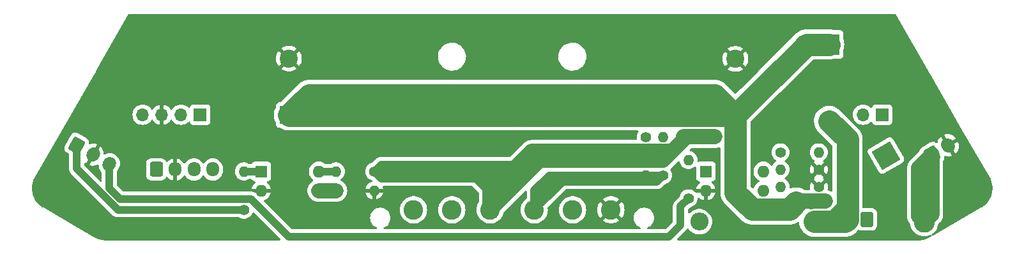
<source format=gbr>
%TF.GenerationSoftware,KiCad,Pcbnew,7.0.9*%
%TF.CreationDate,2024-01-05T12:32:23+09:00*%
%TF.ProjectId,KickerBoard,4b69636b-6572-4426-9f61-72642e6b6963,rev?*%
%TF.SameCoordinates,Original*%
%TF.FileFunction,Copper,L2,Bot*%
%TF.FilePolarity,Positive*%
%FSLAX46Y46*%
G04 Gerber Fmt 4.6, Leading zero omitted, Abs format (unit mm)*
G04 Created by KiCad (PCBNEW 7.0.9) date 2024-01-05 12:32:23*
%MOMM*%
%LPD*%
G01*
G04 APERTURE LIST*
G04 Aperture macros list*
%AMRoundRect*
0 Rectangle with rounded corners*
0 $1 Rounding radius*
0 $2 $3 $4 $5 $6 $7 $8 $9 X,Y pos of 4 corners*
0 Add a 4 corners polygon primitive as box body*
4,1,4,$2,$3,$4,$5,$6,$7,$8,$9,$2,$3,0*
0 Add four circle primitives for the rounded corners*
1,1,$1+$1,$2,$3*
1,1,$1+$1,$4,$5*
1,1,$1+$1,$6,$7*
1,1,$1+$1,$8,$9*
0 Add four rect primitives between the rounded corners*
20,1,$1+$1,$2,$3,$4,$5,0*
20,1,$1+$1,$4,$5,$6,$7,0*
20,1,$1+$1,$6,$7,$8,$9,0*
20,1,$1+$1,$8,$9,$2,$3,0*%
%AMHorizOval*
0 Thick line with rounded ends*
0 $1 width*
0 $2 $3 position (X,Y) of the first rounded end (center of the circle)*
0 $4 $5 position (X,Y) of the second rounded end (center of the circle)*
0 Add line between two ends*
20,1,$1,$2,$3,$4,$5,0*
0 Add two circle primitives to create the rounded ends*
1,1,$1,$2,$3*
1,1,$1,$4,$5*%
%AMRotRect*
0 Rectangle, with rotation*
0 The origin of the aperture is its center*
0 $1 length*
0 $2 width*
0 $3 Rotation angle, in degrees counterclockwise*
0 Add horizontal line*
21,1,$1,$2,0,0,$3*%
G04 Aperture macros list end*
%TA.AperFunction,ComponentPad*%
%ADD10C,2.400000*%
%TD*%
%TA.AperFunction,ComponentPad*%
%ADD11O,2.400000X2.400000*%
%TD*%
%TA.AperFunction,ComponentPad*%
%ADD12O,1.700000X2.000000*%
%TD*%
%TA.AperFunction,ComponentPad*%
%ADD13RoundRect,0.250000X0.600000X0.750000X-0.600000X0.750000X-0.600000X-0.750000X0.600000X-0.750000X0*%
%TD*%
%TA.AperFunction,ComponentPad*%
%ADD14R,1.700000X1.700000*%
%TD*%
%TA.AperFunction,ComponentPad*%
%ADD15O,1.700000X1.700000*%
%TD*%
%TA.AperFunction,ComponentPad*%
%ADD16RoundRect,0.250000X-0.882115X-0.327868X0.157115X-0.927868X0.882115X0.327868X-0.157115X0.927868X0*%
%TD*%
%TA.AperFunction,ComponentPad*%
%ADD17HorizOval,1.700000X-0.062500X-0.108253X0.062500X0.108253X0*%
%TD*%
%TA.AperFunction,ComponentPad*%
%ADD18C,2.600000*%
%TD*%
%TA.AperFunction,ComponentPad*%
%ADD19R,1.600000X1.600000*%
%TD*%
%TA.AperFunction,ComponentPad*%
%ADD20O,1.600000X1.600000*%
%TD*%
%TA.AperFunction,ComponentPad*%
%ADD21C,1.400000*%
%TD*%
%TA.AperFunction,ComponentPad*%
%ADD22O,1.400000X1.400000*%
%TD*%
%TA.AperFunction,ComponentPad*%
%ADD23R,2.400000X2.400000*%
%TD*%
%TA.AperFunction,ComponentPad*%
%ADD24O,2.800000X2.800000*%
%TD*%
%TA.AperFunction,ComponentPad*%
%ADD25R,2.800000X2.800000*%
%TD*%
%TA.AperFunction,ComponentPad*%
%ADD26RotRect,2.800000X2.800000X300.000000*%
%TD*%
%TA.AperFunction,ComponentPad*%
%ADD27HorizOval,2.800000X0.000000X0.000000X0.000000X0.000000X0*%
%TD*%
%TA.AperFunction,ComponentPad*%
%ADD28RoundRect,0.250000X-0.144615X-0.949519X0.894615X-0.349519X0.144615X0.949519X-0.894615X0.349519X0*%
%TD*%
%TA.AperFunction,ComponentPad*%
%ADD29HorizOval,1.700000X-0.075000X0.129904X0.075000X-0.129904X0*%
%TD*%
%TA.AperFunction,ComponentPad*%
%ADD30RoundRect,0.250000X-0.600000X-0.725000X0.600000X-0.725000X0.600000X0.725000X-0.600000X0.725000X0*%
%TD*%
%TA.AperFunction,ComponentPad*%
%ADD31O,1.700000X1.950000*%
%TD*%
%TA.AperFunction,ViaPad*%
%ADD32C,0.800000*%
%TD*%
%TA.AperFunction,Conductor*%
%ADD33C,2.000000*%
%TD*%
%TA.AperFunction,Conductor*%
%ADD34C,3.000000*%
%TD*%
%TA.AperFunction,Conductor*%
%ADD35C,1.000000*%
%TD*%
G04 APERTURE END LIST*
D10*
%TO.P,R10,1*%
%TO.N,Solenoid-*%
X179730400Y-108508800D03*
D11*
%TO.P,R10,2*%
%TO.N,Net-(Q2-D)*%
X164490400Y-108508800D03*
%TD*%
D12*
%TO.P,J6,2,Pin_2*%
%TO.N,Solenoid-*%
X184190000Y-108204000D03*
D13*
%TO.P,J6,1,Pin_1*%
%TO.N,Solenoid+*%
X186690000Y-108204000D03*
%TD*%
D14*
%TO.P,J5,1,Pin_1*%
%TO.N,K*%
X98338000Y-94316000D03*
D15*
%TO.P,J5,2,Pin_2*%
%TO.N,+3.3V*%
X95798000Y-94316000D03*
%TO.P,J5,3,Pin_3*%
%TO.N,GND*%
X93258000Y-94316000D03*
%TO.P,J5,4,Pin_4*%
%TO.N,Touch*%
X90718000Y-94316000D03*
%TD*%
D16*
%TO.P,J4,1,Pin_1*%
%TO.N,FET1*%
X81982937Y-98378213D03*
D17*
%TO.P,J4,2,Pin_2*%
%TO.N,GND*%
X84148001Y-99628213D03*
%TO.P,J4,3,Pin_3*%
%TO.N,FET2*%
X86313064Y-100878213D03*
%TD*%
D18*
%TO.P,Q2,1,D*%
%TO.N,Net-(Q2-D)*%
X147701000Y-106934000D03*
%TO.P,Q2,2,G*%
%TO.N,Net-(Q2-G)*%
X142621000Y-106934000D03*
%TO.P,Q2,3,S*%
%TO.N,GND*%
X152781000Y-106934000D03*
%TD*%
D19*
%TO.P,U1,1*%
%TO.N,Net-(R3-Pad2)*%
X106436000Y-101849000D03*
D20*
%TO.P,U1,2*%
%TO.N,GND*%
X106436000Y-104389000D03*
%TO.P,U1,3*%
%TO.N,Net-(R7-Pad1)*%
X114056000Y-104389000D03*
%TO.P,U1,4*%
%TO.N,Net-(Q1-G)*%
X114056000Y-101849000D03*
%TD*%
D21*
%TO.P,R8,1*%
%TO.N,Net-(R5-Pad2)*%
X157412000Y-97282000D03*
D22*
%TO.P,R8,2*%
%TO.N,Net-(Q2-G)*%
X157412000Y-102362000D03*
%TD*%
D21*
%TO.P,R5,1*%
%TO.N,GND*%
X180340000Y-103886000D03*
D22*
%TO.P,R5,2*%
%TO.N,Net-(R5-Pad2)*%
X175260000Y-103886000D03*
%TD*%
D23*
%TO.P,C2,1*%
%TO.N,Solenoid+*%
X110109000Y-94368000D03*
D10*
%TO.P,C2,2*%
%TO.N,GND*%
X110109000Y-86868000D03*
%TD*%
D21*
%TO.P,R7,1*%
%TO.N,Net-(R7-Pad1)*%
X116332000Y-104394000D03*
D22*
%TO.P,R7,2*%
%TO.N,GND*%
X121412000Y-104394000D03*
%TD*%
D18*
%TO.P,Q1,1,D*%
%TO.N,Solenoid+*%
X131699000Y-106934000D03*
%TO.P,Q1,2,G*%
%TO.N,Net-(Q1-G)*%
X126619000Y-106934000D03*
%TO.P,Q1,3,S*%
%TO.N,+48V*%
X136779000Y-106934000D03*
%TD*%
D21*
%TO.P,R2,1*%
%TO.N,GND*%
X180340000Y-101600000D03*
D22*
%TO.P,R2,2*%
%TO.N,+15V*%
X175260000Y-101600000D03*
%TD*%
D19*
%TO.P,U2,1*%
%TO.N,Net-(R4-Pad2)*%
X165364000Y-101849000D03*
D20*
%TO.P,U2,2*%
%TO.N,GND*%
X165364000Y-104389000D03*
%TO.P,U2,3*%
%TO.N,Net-(R5-Pad2)*%
X172984000Y-104389000D03*
%TO.P,U2,4*%
%TO.N,+15V*%
X172984000Y-101849000D03*
%TD*%
D23*
%TO.P,C1,1*%
%TO.N,Solenoid+*%
X169291000Y-94409780D03*
D10*
%TO.P,C1,2*%
%TO.N,GND*%
X169291000Y-86909780D03*
%TD*%
D21*
%TO.P,R3,1*%
%TO.N,FET1*%
X104140000Y-106929000D03*
D22*
%TO.P,R3,2*%
%TO.N,Net-(R3-Pad2)*%
X104140000Y-101849000D03*
%TD*%
D21*
%TO.P,R9,1*%
%TO.N,Net-(Q2-G)*%
X159698000Y-102362000D03*
D22*
%TO.P,R9,2*%
%TO.N,GND*%
X159698000Y-97282000D03*
%TD*%
D24*
%TO.P,D2,2,A*%
%TO.N,Solenoid-*%
X181711600Y-95148400D03*
D25*
%TO.P,D2,1,K*%
%TO.N,Solenoid+*%
X181711600Y-84988400D03*
%TD*%
D21*
%TO.P,R1,1*%
%TO.N,+15V*%
X175260000Y-99314000D03*
D22*
%TO.P,R1,2*%
%TO.N,+48V*%
X180340000Y-99314000D03*
%TD*%
D26*
%TO.P,D1,1,K*%
%TO.N,+48V*%
X189230000Y-99740591D03*
D27*
%TO.P,D1,2,A*%
%TO.N,Net-(D1-A)*%
X194310000Y-108539409D03*
%TD*%
D21*
%TO.P,R4,1*%
%TO.N,FET2*%
X163068000Y-105410000D03*
D22*
%TO.P,R4,2*%
%TO.N,Net-(R4-Pad2)*%
X163068000Y-100330000D03*
%TD*%
D14*
%TO.P,J3,1,Pin_1*%
%TO.N,LED*%
X188752000Y-94316000D03*
D15*
%TO.P,J3,2,Pin_2*%
%TO.N,K*%
X186212000Y-94316000D03*
%TD*%
D28*
%TO.P,J2,1,Pin_1*%
%TO.N,Net-(D1-A)*%
X195312469Y-99618213D03*
D29*
%TO.P,J2,2,Pin_2*%
%TO.N,GND*%
X197477533Y-98368213D03*
%TD*%
D21*
%TO.P,R6,1*%
%TO.N,+48V*%
X121412000Y-101849000D03*
D22*
%TO.P,R6,2*%
%TO.N,Net-(Q1-G)*%
X116332000Y-101849000D03*
%TD*%
D30*
%TO.P,J1,1,Pin_1*%
%TO.N,+3.3V*%
X92516000Y-101579000D03*
D31*
%TO.P,J1,2,Pin_2*%
%TO.N,GND*%
X95016000Y-101579000D03*
%TO.P,J1,3,Pin_3*%
%TO.N,LED*%
X97516000Y-101579000D03*
%TO.P,J1,4,Pin_4*%
%TO.N,Touch*%
X100016000Y-101579000D03*
%TD*%
D32*
%TO.N,Solenoid+*%
X179374800Y-105816400D03*
X181243624Y-105808800D03*
X178511200Y-85242400D03*
X176172380Y-87528400D03*
X173634400Y-90066380D03*
X171399200Y-92301580D03*
X175723000Y-106889000D03*
X173691000Y-106889000D03*
X171532000Y-106889000D03*
X177342800Y-105968800D03*
X156210000Y-93980000D03*
X114300000Y-92075000D03*
X144780000Y-92075000D03*
X125730000Y-93980000D03*
X133350000Y-93980000D03*
X138430000Y-93980000D03*
X137160000Y-92075000D03*
X163830000Y-93980000D03*
X120650000Y-93980000D03*
X127000000Y-92075000D03*
X157480000Y-92075000D03*
X148590000Y-93980000D03*
X119380000Y-92075000D03*
X132080000Y-92075000D03*
X113030000Y-93980000D03*
X154940000Y-92075000D03*
X123190000Y-93980000D03*
X130810000Y-93980000D03*
X149860000Y-92075000D03*
X146050000Y-93980000D03*
X152400000Y-92075000D03*
X129540000Y-92075000D03*
X161290000Y-93980000D03*
X162560000Y-92075000D03*
X153670000Y-93980000D03*
X121920000Y-92075000D03*
X116840000Y-92075000D03*
X134620000Y-92075000D03*
X124460000Y-92075000D03*
X142240000Y-92075000D03*
X166370000Y-93980000D03*
X151130000Y-93980000D03*
X143510000Y-93980000D03*
X128270000Y-93980000D03*
X115570000Y-93980000D03*
X140970000Y-93980000D03*
X118110000Y-93980000D03*
X135890000Y-93980000D03*
X160020000Y-92075000D03*
X165100000Y-92075000D03*
X147320000Y-92075000D03*
X139700000Y-92075000D03*
X158750000Y-93980000D03*
%TO.N,GND*%
X155295600Y-97028000D03*
X188468000Y-105359200D03*
X119278400Y-108915200D03*
X110185200Y-97180400D03*
X96062800Y-109423200D03*
X150368000Y-108966000D03*
X171653200Y-86969600D03*
X105206800Y-81584800D03*
X142189200Y-97028000D03*
X110083600Y-84378800D03*
X84429600Y-101650800D03*
X115366800Y-100076000D03*
X85191600Y-97840800D03*
X89255600Y-81686400D03*
X107645200Y-86868000D03*
X118770400Y-106019600D03*
X128778000Y-99314000D03*
X107746800Y-110490000D03*
X81991200Y-94437200D03*
X96723200Y-89966800D03*
X177749200Y-102819200D03*
X161442400Y-103835200D03*
X139090400Y-99364800D03*
X121259600Y-86512400D03*
X123393200Y-104546400D03*
X88747600Y-100584000D03*
X92710000Y-96672400D03*
X102311200Y-90779600D03*
X177698400Y-100380800D03*
X129032000Y-107188000D03*
X166878000Y-86918800D03*
X191262000Y-101803200D03*
X169316400Y-84582000D03*
X187045600Y-91236800D03*
X119430800Y-97993200D03*
X166624000Y-110083600D03*
X112522000Y-86918800D03*
X134315200Y-107188000D03*
X202285600Y-104444800D03*
X192532000Y-90424000D03*
X102362000Y-96774000D03*
X148691600Y-97028000D03*
X86969600Y-108407200D03*
X145186400Y-107086400D03*
X100025200Y-99415600D03*
X110236000Y-103124000D03*
X196291200Y-96418400D03*
X191719200Y-97536000D03*
X87528400Y-89408000D03*
X166928800Y-104343200D03*
X161493200Y-101498400D03*
X95351600Y-84886800D03*
X198526400Y-100330000D03*
X110693200Y-108966000D03*
X139801600Y-86614000D03*
X197358000Y-108204000D03*
X139700000Y-107188000D03*
X190144400Y-81584800D03*
X134264400Y-99364800D03*
X126695200Y-96977200D03*
X105410000Y-108204000D03*
X77317600Y-104495600D03*
X110134400Y-89255600D03*
X95097600Y-99466400D03*
X98044000Y-96266000D03*
X136499600Y-97028000D03*
X93268800Y-92202000D03*
X85344000Y-110236000D03*
X169265600Y-89255600D03*
X155803600Y-86512400D03*
X191008000Y-109880400D03*
X106934000Y-94488000D03*
X107848400Y-106070400D03*
X89052400Y-103784400D03*
%TO.N,+48V*%
X165100000Y-97231200D03*
X166890503Y-97231200D03*
X164211000Y-97230000D03*
X166001503Y-97231200D03*
X163322000Y-97230000D03*
X162420497Y-97230000D03*
%TO.N,Net-(D1-A)*%
X194411600Y-105714800D03*
X194437000Y-101600000D03*
X194411600Y-104190800D03*
X194437000Y-102895400D03*
%TD*%
D33*
%TO.N,Solenoid+*%
X179382400Y-105808800D02*
X181243624Y-105808800D01*
X179374800Y-105816400D02*
X179382400Y-105808800D01*
X179367200Y-105808800D02*
X179374800Y-105816400D01*
X177342800Y-105968800D02*
X177502800Y-105808800D01*
X177502800Y-105808800D02*
X179367200Y-105808800D01*
D34*
X177342800Y-105968800D02*
X176422600Y-106889000D01*
X176422600Y-106889000D02*
X171532000Y-106889000D01*
%TO.N,Solenoid-*%
X184140000Y-97576800D02*
X184140000Y-106730800D01*
X184140000Y-106730800D02*
X184140000Y-108204000D01*
X179730400Y-108508800D02*
X182362000Y-108508800D01*
X182362000Y-108508800D02*
X184140000Y-106730800D01*
X179730400Y-108508800D02*
X183835200Y-108508800D01*
X183835200Y-108508800D02*
X184140000Y-108204000D01*
%TO.N,Solenoid+*%
X176172380Y-87528400D02*
X178458380Y-85242400D01*
X176172380Y-87528400D02*
X173634400Y-90066380D01*
X178458380Y-85242400D02*
X178511200Y-85242400D01*
X173634400Y-90066380D02*
X171399200Y-92301580D01*
X171399200Y-92301580D02*
X169291000Y-94409780D01*
X178511200Y-85189580D02*
X178511200Y-85242400D01*
X181711600Y-84988400D02*
X178712380Y-84988400D01*
X178712380Y-84988400D02*
X178511200Y-85189580D01*
%TO.N,Solenoid-*%
X181711600Y-95148400D02*
X184140000Y-97576800D01*
D33*
X183885200Y-108508800D02*
X184190000Y-108204000D01*
D34*
%TO.N,Solenoid+*%
X169291000Y-104648000D02*
X171532000Y-106889000D01*
D35*
%TO.N,FET2*%
X160469200Y-110498000D02*
X110067139Y-110498000D01*
X87749000Y-105529000D02*
X86313064Y-104093064D01*
X86313064Y-104093064D02*
X86313064Y-100878213D01*
X162001200Y-106476800D02*
X162001200Y-108966000D01*
X162001200Y-108966000D02*
X160469200Y-110498000D01*
X105098139Y-105529000D02*
X87749000Y-105529000D01*
X110067139Y-110498000D02*
X105098139Y-105529000D01*
X163068000Y-105410000D02*
X162001200Y-106476800D01*
D34*
%TO.N,Solenoid+*%
X166575220Y-91694000D02*
X169291000Y-94409780D01*
X169291000Y-94409780D02*
X110150780Y-94409780D01*
X169291000Y-94409780D02*
X169291000Y-104648000D01*
X110150780Y-94409780D02*
X110109000Y-94368000D01*
X110109000Y-94368000D02*
X112783000Y-91694000D01*
X112783000Y-91694000D02*
X166575220Y-91694000D01*
D33*
%TO.N,+48V*%
X136779000Y-104013000D02*
X135534400Y-102768400D01*
D35*
X140004800Y-101447600D02*
X141325600Y-100126800D01*
D33*
X141325600Y-100126800D02*
X142270400Y-99182000D01*
X142270400Y-99182000D02*
X160700800Y-99182000D01*
X138722100Y-102730300D02*
X141325600Y-100126800D01*
X136779000Y-104673400D02*
X138722100Y-102730300D01*
D35*
X139496800Y-100939600D02*
X140004800Y-101447600D01*
D33*
X166591000Y-97230000D02*
X166591000Y-97231200D01*
X160700800Y-99182000D02*
X160807400Y-99288600D01*
X162420497Y-97675503D02*
X162420497Y-97230000D01*
D35*
X121412000Y-101849000D02*
X139603400Y-101849000D01*
D33*
X143332200Y-100380800D02*
X159715200Y-100380800D01*
D35*
X122331400Y-102768400D02*
X135534400Y-102768400D01*
D33*
X136779000Y-106934000D02*
X136779000Y-104013000D01*
X136779000Y-106934000D02*
X136779000Y-104673400D01*
X136779000Y-106934000D02*
X143332200Y-100380800D01*
D35*
X138684000Y-102768400D02*
X138722100Y-102730300D01*
X122321400Y-100939600D02*
X139496800Y-100939600D01*
D33*
X162420497Y-97230000D02*
X166591000Y-97230000D01*
D35*
X135534400Y-102768400D02*
X138684000Y-102768400D01*
D33*
X159715200Y-100380800D02*
X160807400Y-99288600D01*
X160807400Y-99288600D02*
X162420497Y-97675503D01*
D35*
X139603400Y-101849000D02*
X140004800Y-101447600D01*
X121412000Y-101849000D02*
X122321400Y-100939600D01*
X121412000Y-101849000D02*
X122331400Y-102768400D01*
%TO.N,FET1*%
X87451944Y-106929000D02*
X81982937Y-101459993D01*
X81982937Y-101459993D02*
X81982937Y-98378213D01*
X104140000Y-106929000D02*
X87451944Y-106929000D01*
%TO.N,Net-(Q1-G)*%
X114056000Y-101849000D02*
X116332000Y-101849000D01*
%TO.N,Net-(Q2-G)*%
X157412000Y-102362000D02*
X147193000Y-102362000D01*
X147193000Y-102362000D02*
X146024600Y-103530400D01*
X146024600Y-103530400D02*
X142621000Y-106934000D01*
X145973800Y-102362000D02*
X147193000Y-102362000D01*
X142621000Y-106934000D02*
X142621000Y-105714800D01*
X159698000Y-102362000D02*
X158859800Y-103200200D01*
X142621000Y-106934000D02*
X142621000Y-104368600D01*
X146354800Y-103200200D02*
X146024600Y-103530400D01*
X142621000Y-104368600D02*
X144627600Y-102362000D01*
X159698000Y-102362000D02*
X157412000Y-102362000D01*
X142621000Y-105714800D02*
X145973800Y-102362000D01*
X158859800Y-103200200D02*
X146354800Y-103200200D01*
X144627600Y-102362000D02*
X145973800Y-102362000D01*
%TO.N,Net-(R3-Pad2)*%
X104140000Y-101849000D02*
X106436000Y-101849000D01*
D33*
%TO.N,Net-(D1-A)*%
X194208400Y-105714800D02*
X194411600Y-105714800D01*
X193548000Y-103327200D02*
X194411600Y-104190800D01*
X193548000Y-105054400D02*
X194208400Y-105714800D01*
X193548000Y-104851200D02*
X193548000Y-103327200D01*
X195312469Y-99618213D02*
X195312469Y-103770869D01*
X194411600Y-105714800D02*
X193548000Y-104851200D01*
X193548000Y-107777409D02*
X194310000Y-108539409D01*
X194437000Y-101600000D02*
X194386200Y-101650800D01*
X194437000Y-102895400D02*
X195312469Y-103770869D01*
X194386200Y-101650800D02*
X193548000Y-101650800D01*
X193548000Y-105054400D02*
X193548000Y-107777409D01*
X194411600Y-104190800D02*
X193548000Y-105054400D01*
X193548000Y-101382682D02*
X195312469Y-99618213D01*
X195312469Y-103770869D02*
X195312469Y-107536940D01*
X193548000Y-101650800D02*
X193548000Y-101382682D01*
X195312469Y-107536940D02*
X194310000Y-108539409D01*
X193598800Y-101600000D02*
X193548000Y-101650800D01*
X193548000Y-101650800D02*
X193548000Y-103327200D01*
X194437000Y-101600000D02*
X193598800Y-101600000D01*
%TO.N,Net-(R7-Pad1)*%
X114056000Y-104389000D02*
X116327000Y-104389000D01*
X116327000Y-104389000D02*
X116332000Y-104394000D01*
%TD*%
%TA.AperFunction,Conductor*%
%TO.N,GND*%
G36*
X89009937Y-80920241D02*
G01*
X89040329Y-80928385D01*
X89045732Y-80929833D01*
X89046975Y-80930166D01*
X89046977Y-80930166D01*
X89046979Y-80930167D01*
X89305007Y-80975665D01*
X89566019Y-80998500D01*
X189715363Y-80998500D01*
X189715488Y-80998487D01*
X189833980Y-80998489D01*
X190094992Y-80975655D01*
X190353021Y-80930160D01*
X190382802Y-80922180D01*
X190452649Y-80923843D01*
X190510512Y-80963005D01*
X190522301Y-80979989D01*
X194847781Y-88477488D01*
X194850719Y-88483257D01*
X194927757Y-88656287D01*
X194927762Y-88656297D01*
X194967051Y-88724344D01*
X195006339Y-88792392D01*
X195006340Y-88792393D01*
X199360575Y-96334149D01*
X202954517Y-102559039D01*
X202956057Y-102561875D01*
X203006685Y-102661236D01*
X203015958Y-102679436D01*
X203098844Y-102843621D01*
X203101376Y-102849337D01*
X203156677Y-102993395D01*
X203214027Y-103147955D01*
X203215788Y-103153479D01*
X203256756Y-103306368D01*
X203295585Y-103462931D01*
X203296645Y-103468158D01*
X203321685Y-103626246D01*
X203342566Y-103784849D01*
X203343012Y-103789698D01*
X203351443Y-103950541D01*
X203354425Y-104109945D01*
X203354350Y-104114350D01*
X203345888Y-104275853D01*
X203331021Y-104434404D01*
X203330529Y-104438316D01*
X203305395Y-104597006D01*
X203304851Y-104599971D01*
X203272624Y-104754429D01*
X203271818Y-104757813D01*
X203230214Y-104913086D01*
X203229220Y-104916419D01*
X203179901Y-105066299D01*
X203178889Y-105069139D01*
X203121313Y-105219129D01*
X203119784Y-105222762D01*
X203053384Y-105367510D01*
X202979957Y-105511615D01*
X202977819Y-105515467D01*
X202895538Y-105652021D01*
X202807822Y-105787092D01*
X202805012Y-105791069D01*
X202707614Y-105918002D01*
X202606887Y-106042387D01*
X202603356Y-106046384D01*
X202491452Y-106162553D01*
X202379533Y-106274471D01*
X202375247Y-106278375D01*
X202248284Y-106383568D01*
X202128404Y-106480644D01*
X202123342Y-106484336D01*
X202031918Y-106544188D01*
X201966701Y-106586882D01*
X201859112Y-106656750D01*
X201856344Y-106658446D01*
X195517624Y-110318106D01*
X195449724Y-110334579D01*
X195383697Y-110311726D01*
X195340506Y-110256805D01*
X195333865Y-110187252D01*
X195365881Y-110125149D01*
X195381305Y-110111459D01*
X195557742Y-109979380D01*
X195749971Y-109787151D01*
X195912887Y-109569522D01*
X196007905Y-109395509D01*
X196043169Y-109330928D01*
X196043169Y-109330926D01*
X196043172Y-109330922D01*
X196138175Y-109076210D01*
X196195961Y-108810569D01*
X196195962Y-108810552D01*
X196195977Y-108810455D01*
X196195994Y-108810416D01*
X196196903Y-108806241D01*
X196197810Y-108806438D01*
X196224990Y-108746894D01*
X196231023Y-108740412D01*
X196304891Y-108666544D01*
X196310636Y-108661470D01*
X196332213Y-108644678D01*
X196395418Y-108576018D01*
X196417371Y-108554066D01*
X196437435Y-108530375D01*
X196500633Y-108461725D01*
X196515586Y-108438834D01*
X196520166Y-108432694D01*
X196537835Y-108411834D01*
X196585603Y-108331667D01*
X196636642Y-108253547D01*
X196647617Y-108228524D01*
X196651137Y-108221687D01*
X196665124Y-108198214D01*
X196679220Y-108162089D01*
X196699043Y-108111288D01*
X196717787Y-108068554D01*
X196736532Y-108025821D01*
X196743243Y-107999314D01*
X196745581Y-107992017D01*
X196755518Y-107966554D01*
X196774665Y-107875237D01*
X196797577Y-107784761D01*
X196799833Y-107757523D01*
X196800940Y-107749920D01*
X196806549Y-107723177D01*
X196810405Y-107629945D01*
X196812969Y-107599007D01*
X196812969Y-107567966D01*
X196816826Y-107474719D01*
X196813444Y-107447593D01*
X196812969Y-107439921D01*
X196812969Y-103867887D01*
X196813446Y-103860211D01*
X196814745Y-103849783D01*
X196816826Y-103833090D01*
X196812969Y-103739842D01*
X196812969Y-103708802D01*
X196812969Y-100456678D01*
X196827823Y-100397828D01*
X196909308Y-100246708D01*
X196954716Y-100077244D01*
X196959818Y-99901876D01*
X196959817Y-99901874D01*
X196960019Y-99894956D01*
X196981645Y-99828518D01*
X197035757Y-99784317D01*
X197105176Y-99776389D01*
X197116060Y-99778787D01*
X197317205Y-99832683D01*
X197317215Y-99832685D01*
X197552530Y-99853274D01*
X197552533Y-99853274D01*
X197787847Y-99832686D01*
X197787854Y-99832685D01*
X198001344Y-99775480D01*
X197477533Y-98868213D01*
X197513296Y-98868213D01*
X197619848Y-98852893D01*
X197750633Y-98793165D01*
X197859294Y-98699011D01*
X197910863Y-98618766D01*
X198434356Y-99525480D01*
X198590641Y-99369196D01*
X198590646Y-99369190D01*
X198726129Y-99175700D01*
X198726131Y-99175696D01*
X198825961Y-98961609D01*
X198825965Y-98961600D01*
X198887099Y-98733443D01*
X198887101Y-98733432D01*
X198907689Y-98498118D01*
X198907689Y-98498114D01*
X198887101Y-98262798D01*
X198887101Y-98262794D01*
X198825966Y-98034634D01*
X198825961Y-98034620D01*
X198768556Y-97911515D01*
X198768555Y-97911514D01*
X197977533Y-98368210D01*
X197977533Y-98296324D01*
X197937026Y-98158369D01*
X197859294Y-98037415D01*
X197750633Y-97943261D01*
X197729938Y-97933810D01*
X198518555Y-97478502D01*
X198518555Y-97478501D01*
X198440642Y-97367228D01*
X198273614Y-97200200D01*
X198080112Y-97064710D01*
X198080110Y-97064709D01*
X197866025Y-96964880D01*
X197866016Y-96964876D01*
X197637859Y-96903742D01*
X197637850Y-96903740D01*
X197402535Y-96883152D01*
X197402532Y-96883152D01*
X197167218Y-96903739D01*
X197167207Y-96903741D01*
X196953721Y-96960944D01*
X197477532Y-97868213D01*
X197441770Y-97868213D01*
X197335218Y-97883533D01*
X197204433Y-97943261D01*
X197095772Y-98037415D01*
X197044201Y-98117660D01*
X196520708Y-97210942D01*
X196364424Y-97367227D01*
X196228934Y-97560729D01*
X196228933Y-97560731D01*
X196129104Y-97774816D01*
X196129101Y-97774822D01*
X196075204Y-97975971D01*
X196038839Y-98035631D01*
X195975992Y-98066160D01*
X195906616Y-98057865D01*
X195896578Y-98053022D01*
X195867633Y-98037415D01*
X195736060Y-97966470D01*
X195566593Y-97921061D01*
X195391226Y-97915960D01*
X195219412Y-97951437D01*
X195168467Y-97974297D01*
X195125143Y-97993737D01*
X195125140Y-97993738D01*
X195125137Y-97993740D01*
X195125129Y-97993744D01*
X194669042Y-98257066D01*
X194652140Y-98265187D01*
X194651210Y-98265549D01*
X194651192Y-98265558D01*
X194571030Y-98313324D01*
X194488959Y-98357738D01*
X194475916Y-98367889D01*
X194468833Y-98372656D01*
X194005394Y-98640226D01*
X193999296Y-98643747D01*
X193950038Y-98679316D01*
X193915529Y-98704234D01*
X193915523Y-98704239D01*
X193798895Y-98835294D01*
X193715629Y-98989720D01*
X193686415Y-99098744D01*
X193654322Y-99154330D01*
X192555588Y-100253064D01*
X192549827Y-100258153D01*
X192528256Y-100274944D01*
X192465049Y-100343604D01*
X192443102Y-100365551D01*
X192443098Y-100365556D01*
X192423033Y-100389246D01*
X192398502Y-100415894D01*
X192359834Y-100457898D01*
X192344892Y-100480769D01*
X192340297Y-100486932D01*
X192322635Y-100507786D01*
X192274860Y-100587960D01*
X192223828Y-100666072D01*
X192223824Y-100666079D01*
X192212853Y-100691091D01*
X192209335Y-100697926D01*
X192195348Y-100721399D01*
X192195343Y-100721408D01*
X192161420Y-100808345D01*
X192123935Y-100893805D01*
X192117226Y-100920298D01*
X192114881Y-100927617D01*
X192104953Y-100953061D01*
X192104948Y-100953077D01*
X192085801Y-101044393D01*
X192062892Y-101134857D01*
X192062890Y-101134867D01*
X192060635Y-101162090D01*
X192059526Y-101169698D01*
X192053920Y-101196432D01*
X192053919Y-101196445D01*
X192050062Y-101289691D01*
X192047500Y-101320618D01*
X192047500Y-101351646D01*
X192043642Y-101444901D01*
X192043642Y-101444902D01*
X192047023Y-101472024D01*
X192047500Y-101479700D01*
X192047500Y-101619764D01*
X192043642Y-101713019D01*
X192043642Y-101713020D01*
X192047023Y-101740142D01*
X192047500Y-101747818D01*
X192047500Y-103230181D01*
X192047024Y-103237856D01*
X192043643Y-103264979D01*
X192047500Y-103358235D01*
X192047500Y-104754181D01*
X192047024Y-104761851D01*
X192045347Y-104775308D01*
X192043643Y-104788979D01*
X192047500Y-104882235D01*
X192047500Y-104913268D01*
X192048825Y-104929273D01*
X192048296Y-104954837D01*
X192043643Y-104992175D01*
X192043643Y-104992179D01*
X192046110Y-105051837D01*
X192046110Y-105056963D01*
X192043642Y-105116619D01*
X192043643Y-105116620D01*
X192047023Y-105143742D01*
X192047500Y-105151418D01*
X192047500Y-107680390D01*
X192047024Y-107688060D01*
X192043643Y-107715188D01*
X192047500Y-107808444D01*
X192047500Y-107839476D01*
X192050062Y-107870399D01*
X192053918Y-107963642D01*
X192059526Y-107990392D01*
X192060635Y-107997999D01*
X192062891Y-108025227D01*
X192062891Y-108025228D01*
X192085801Y-108115697D01*
X192104951Y-108207023D01*
X192104952Y-108207025D01*
X192114882Y-108232476D01*
X192117227Y-108239796D01*
X192120987Y-108254645D01*
X192123937Y-108266290D01*
X192152614Y-108331667D01*
X192161420Y-108351744D01*
X192195344Y-108438684D01*
X192209332Y-108462159D01*
X192212852Y-108468997D01*
X192223825Y-108494013D01*
X192247581Y-108530375D01*
X192274860Y-108572129D01*
X192322634Y-108652303D01*
X192340296Y-108673156D01*
X192344887Y-108679313D01*
X192359836Y-108702194D01*
X192389575Y-108734499D01*
X192391680Y-108736785D01*
X192422603Y-108799440D01*
X192423568Y-108807299D01*
X192424040Y-108810577D01*
X192481823Y-109076202D01*
X192481825Y-109076210D01*
X192546156Y-109248688D01*
X192576830Y-109330928D01*
X192707109Y-109569516D01*
X192707110Y-109569517D01*
X192707113Y-109569522D01*
X192870029Y-109787151D01*
X192870033Y-109787155D01*
X192870038Y-109787161D01*
X193062247Y-109979370D01*
X193062253Y-109979375D01*
X193062258Y-109979380D01*
X193279887Y-110142296D01*
X193279891Y-110142298D01*
X193279892Y-110142299D01*
X193518481Y-110272578D01*
X193518480Y-110272578D01*
X193518484Y-110272579D01*
X193518487Y-110272581D01*
X193773199Y-110367584D01*
X194038840Y-110425370D01*
X194290605Y-110443376D01*
X194309999Y-110444764D01*
X194310000Y-110444764D01*
X194310001Y-110444764D01*
X194328100Y-110443469D01*
X194581160Y-110425370D01*
X194846801Y-110367584D01*
X195101513Y-110272581D01*
X195101528Y-110272572D01*
X195101919Y-110272395D01*
X195102067Y-110272373D01*
X195105662Y-110271033D01*
X195105953Y-110271814D01*
X195171076Y-110262443D01*
X195234635Y-110291460D01*
X195272417Y-110350233D01*
X195272425Y-110420103D01*
X195234658Y-110478886D01*
X195215444Y-110492570D01*
X195143875Y-110533890D01*
X195036907Y-110595649D01*
X195003999Y-110612779D01*
X194986074Y-110622110D01*
X194785967Y-110724066D01*
X194781545Y-110726104D01*
X194674415Y-110770479D01*
X194637787Y-110784539D01*
X194515532Y-110831466D01*
X194511956Y-110832715D01*
X194392472Y-110870387D01*
X194232653Y-110913209D01*
X194110331Y-110940325D01*
X194106610Y-110941031D01*
X193938547Y-110967649D01*
X193823540Y-110982789D01*
X193818694Y-110983234D01*
X193595721Y-110994929D01*
X193544065Y-110997184D01*
X193537169Y-110997485D01*
X193536826Y-110997500D01*
X161683983Y-110997500D01*
X161616944Y-110977815D01*
X161571189Y-110925011D01*
X161561245Y-110855853D01*
X161590270Y-110792297D01*
X161596302Y-110785819D01*
X162125315Y-110256805D01*
X162699668Y-109682451D01*
X162764253Y-109621059D01*
X162799299Y-109570706D01*
X162802138Y-109566941D01*
X162805812Y-109562435D01*
X162840898Y-109519407D01*
X162856801Y-109488962D01*
X162860872Y-109482242D01*
X162865569Y-109475492D01*
X162873944Y-109463459D01*
X162928397Y-109419682D01*
X162997875Y-109412292D01*
X163060318Y-109443638D01*
X163078146Y-109466046D01*
X163078829Y-109465581D01*
X163081438Y-109469408D01*
X163081440Y-109469411D01*
X163081441Y-109469412D01*
X163240350Y-109668677D01*
X163427183Y-109842032D01*
X163637766Y-109985605D01*
X163637771Y-109985607D01*
X163637772Y-109985608D01*
X163637773Y-109985609D01*
X163759728Y-110044338D01*
X163867392Y-110096187D01*
X163867393Y-110096187D01*
X163867396Y-110096189D01*
X164110942Y-110171313D01*
X164362965Y-110209300D01*
X164617835Y-110209300D01*
X164869858Y-110171313D01*
X165113404Y-110096189D01*
X165343034Y-109985605D01*
X165553617Y-109842032D01*
X165740450Y-109668677D01*
X165899359Y-109469412D01*
X166026793Y-109248688D01*
X166119908Y-109011437D01*
X166176622Y-108762957D01*
X166185140Y-108649284D01*
X166195668Y-108508804D01*
X166195668Y-108508795D01*
X166176622Y-108254645D01*
X166176371Y-108253547D01*
X166119908Y-108006163D01*
X166026793Y-107768912D01*
X165899359Y-107548188D01*
X165740450Y-107348923D01*
X165553617Y-107175568D01*
X165343034Y-107031995D01*
X165343030Y-107031993D01*
X165343027Y-107031991D01*
X165343026Y-107031990D01*
X165113406Y-106921412D01*
X165113408Y-106921412D01*
X164869866Y-106846289D01*
X164869862Y-106846288D01*
X164869858Y-106846287D01*
X164748631Y-106828014D01*
X164617840Y-106808300D01*
X164617835Y-106808300D01*
X164362965Y-106808300D01*
X164362959Y-106808300D01*
X164206009Y-106831957D01*
X164110942Y-106846287D01*
X164110939Y-106846288D01*
X164110933Y-106846289D01*
X163867392Y-106921412D01*
X163637773Y-107031990D01*
X163637772Y-107031991D01*
X163427182Y-107175568D01*
X163240352Y-107348921D01*
X163240348Y-107348925D01*
X163222646Y-107371123D01*
X163165457Y-107411263D01*
X163095646Y-107414112D01*
X163035376Y-107378766D01*
X163003784Y-107316446D01*
X163001700Y-107293809D01*
X163001700Y-106942582D01*
X163021385Y-106875543D01*
X163038019Y-106854901D01*
X163138063Y-106754857D01*
X163278991Y-106613928D01*
X163340312Y-106580445D01*
X163343844Y-106579730D01*
X163397940Y-106569618D01*
X163605401Y-106489247D01*
X163794562Y-106372124D01*
X163958981Y-106222236D01*
X164093058Y-106044689D01*
X164192229Y-105845528D01*
X164253115Y-105631536D01*
X164272412Y-105423281D01*
X164298198Y-105358345D01*
X164354998Y-105317657D01*
X164424779Y-105314137D01*
X164483564Y-105347042D01*
X164525179Y-105388657D01*
X164711517Y-105519134D01*
X164917673Y-105615265D01*
X164917682Y-105615269D01*
X165113999Y-105667872D01*
X165114000Y-105667871D01*
X165114000Y-104704686D01*
X165125955Y-104716641D01*
X165238852Y-104774165D01*
X165332519Y-104789000D01*
X165395481Y-104789000D01*
X165489148Y-104774165D01*
X165602045Y-104716641D01*
X165614000Y-104704686D01*
X165614000Y-105667872D01*
X165810317Y-105615269D01*
X165810326Y-105615265D01*
X166016482Y-105519134D01*
X166202820Y-105388657D01*
X166363657Y-105227820D01*
X166494134Y-105041482D01*
X166590265Y-104835326D01*
X166590269Y-104835317D01*
X166642872Y-104639000D01*
X165679686Y-104639000D01*
X165691641Y-104627045D01*
X165749165Y-104514148D01*
X165768986Y-104389000D01*
X165749165Y-104263852D01*
X165691641Y-104150955D01*
X165679686Y-104139000D01*
X166642872Y-104139000D01*
X166642872Y-104138999D01*
X166590269Y-103942682D01*
X166590265Y-103942673D01*
X166494134Y-103736517D01*
X166363657Y-103550179D01*
X166202820Y-103389342D01*
X166177779Y-103371808D01*
X166134154Y-103317230D01*
X166126962Y-103247732D01*
X166158484Y-103185377D01*
X166218714Y-103149964D01*
X166235650Y-103146943D01*
X166271483Y-103143091D01*
X166273397Y-103142377D01*
X166406331Y-103092796D01*
X166521546Y-103006546D01*
X166607796Y-102891331D01*
X166658091Y-102756483D01*
X166664500Y-102696873D01*
X166664499Y-101001128D01*
X166658091Y-100941517D01*
X166637711Y-100886876D01*
X166607797Y-100806671D01*
X166607793Y-100806664D01*
X166521547Y-100691455D01*
X166521544Y-100691452D01*
X166406335Y-100605206D01*
X166406328Y-100605202D01*
X166271482Y-100554908D01*
X166271483Y-100554908D01*
X166211883Y-100548501D01*
X166211881Y-100548500D01*
X166211873Y-100548500D01*
X166211864Y-100548500D01*
X164516129Y-100548500D01*
X164516123Y-100548501D01*
X164456516Y-100554908D01*
X164430532Y-100564600D01*
X164360840Y-100569583D01*
X164299517Y-100536096D01*
X164266034Y-100474772D01*
X164263730Y-100436975D01*
X164265684Y-100415894D01*
X164273643Y-100330000D01*
X164259796Y-100180570D01*
X164253115Y-100108464D01*
X164253114Y-100108462D01*
X164251702Y-100103501D01*
X164192229Y-99894472D01*
X164134624Y-99778787D01*
X164093058Y-99695311D01*
X164093056Y-99695308D01*
X163958979Y-99517761D01*
X163794562Y-99367876D01*
X163794560Y-99367874D01*
X163605404Y-99250754D01*
X163605398Y-99250752D01*
X163397940Y-99170382D01*
X163397934Y-99170381D01*
X163397928Y-99170379D01*
X163334051Y-99158438D01*
X163271770Y-99126770D01*
X163236498Y-99066457D01*
X163239432Y-98996649D01*
X163269153Y-98948872D01*
X163412923Y-98805102D01*
X163418660Y-98800037D01*
X163440241Y-98783241D01*
X163451952Y-98770518D01*
X163511838Y-98734527D01*
X163543183Y-98730500D01*
X166449198Y-98730500D01*
X166461533Y-98731521D01*
X166461554Y-98731277D01*
X166466659Y-98731700D01*
X166466665Y-98731700D01*
X166715333Y-98731700D01*
X166715335Y-98731700D01*
X166788526Y-98719486D01*
X166793584Y-98718856D01*
X166838821Y-98715108D01*
X166882816Y-98703966D01*
X166887803Y-98702920D01*
X166960614Y-98690771D01*
X167030449Y-98666795D01*
X167035315Y-98665347D01*
X167079881Y-98654063D01*
X167079885Y-98654060D01*
X167079889Y-98654060D01*
X167116686Y-98637918D01*
X167185986Y-98629013D01*
X167249099Y-98658987D01*
X167285988Y-98718325D01*
X167290500Y-98751472D01*
X167290500Y-104791082D01*
X167300377Y-104859784D01*
X167300850Y-104864184D01*
X167305804Y-104933430D01*
X167305804Y-104933433D01*
X167310461Y-104954837D01*
X167318939Y-104993811D01*
X167320560Y-105001259D01*
X167321346Y-105005616D01*
X167331224Y-105074318D01*
X167331227Y-105074331D01*
X167350778Y-105140915D01*
X167351873Y-105145205D01*
X167366631Y-105213048D01*
X167390891Y-105278092D01*
X167392289Y-105282292D01*
X167411845Y-105348891D01*
X167440678Y-105412029D01*
X167442372Y-105416117D01*
X167445406Y-105424250D01*
X167466633Y-105481161D01*
X167499910Y-105542104D01*
X167501883Y-105546046D01*
X167530715Y-105609182D01*
X167530720Y-105609192D01*
X167568250Y-105667589D01*
X167570509Y-105671396D01*
X167603770Y-105732309D01*
X167603771Y-105732310D01*
X167603774Y-105732315D01*
X167628704Y-105765617D01*
X167645366Y-105787875D01*
X167647883Y-105791499D01*
X167685426Y-105849917D01*
X167685427Y-105849918D01*
X167685430Y-105849923D01*
X167706388Y-105874109D01*
X167727399Y-105898357D01*
X167730884Y-105902378D01*
X167733661Y-105905825D01*
X167775259Y-105961393D01*
X167775269Y-105961404D01*
X167800590Y-105986724D01*
X167825912Y-106012046D01*
X168927009Y-107113143D01*
X170016261Y-108202395D01*
X170218594Y-108404729D01*
X170218599Y-108404733D01*
X170218605Y-108404739D01*
X170274174Y-108446337D01*
X170277607Y-108449103D01*
X170330083Y-108494574D01*
X170388506Y-108532120D01*
X170392114Y-108534626D01*
X170447685Y-108576226D01*
X170508610Y-108609494D01*
X170512388Y-108611735D01*
X170570814Y-108649283D01*
X170608629Y-108666552D01*
X170633956Y-108678118D01*
X170637916Y-108680100D01*
X170656723Y-108690369D01*
X170698839Y-108713367D01*
X170763905Y-108737634D01*
X170767953Y-108739312D01*
X170831112Y-108768156D01*
X170897729Y-108787716D01*
X170901905Y-108789107D01*
X170912621Y-108793103D01*
X170966954Y-108813369D01*
X171034805Y-108828128D01*
X171039044Y-108829209D01*
X171105678Y-108848776D01*
X171105681Y-108848776D01*
X171105683Y-108848777D01*
X171128174Y-108852010D01*
X171174399Y-108858655D01*
X171178743Y-108859440D01*
X171246572Y-108874196D01*
X171315815Y-108879147D01*
X171320193Y-108879617D01*
X171388921Y-108889500D01*
X171388924Y-108889500D01*
X176565676Y-108889500D01*
X176565679Y-108889500D01*
X176634404Y-108879618D01*
X176638777Y-108879148D01*
X176708028Y-108874196D01*
X176775897Y-108859431D01*
X176780204Y-108858654D01*
X176848922Y-108848775D01*
X176915511Y-108829222D01*
X176919795Y-108828127D01*
X176987646Y-108813369D01*
X177052706Y-108789102D01*
X177056872Y-108787715D01*
X177123488Y-108768156D01*
X177186657Y-108739306D01*
X177190683Y-108737639D01*
X177255761Y-108713367D01*
X177316693Y-108680094D01*
X177320636Y-108678121D01*
X177331528Y-108673147D01*
X177383787Y-108649282D01*
X177442215Y-108611731D01*
X177445980Y-108609498D01*
X177506915Y-108576226D01*
X177536498Y-108554080D01*
X177601962Y-108529661D01*
X177670235Y-108544511D01*
X177719642Y-108593916D01*
X177734495Y-108644499D01*
X177745204Y-108794233D01*
X177806028Y-109073837D01*
X177806030Y-109073843D01*
X177806031Y-109073846D01*
X177901916Y-109330922D01*
X177906035Y-109341966D01*
X178043170Y-109593109D01*
X178043175Y-109593117D01*
X178214654Y-109822187D01*
X178214670Y-109822205D01*
X178416994Y-110024529D01*
X178417012Y-110024545D01*
X178646082Y-110196024D01*
X178646090Y-110196029D01*
X178897233Y-110333164D01*
X178897232Y-110333164D01*
X178897236Y-110333165D01*
X178897239Y-110333167D01*
X179165354Y-110433169D01*
X179165360Y-110433170D01*
X179165362Y-110433171D01*
X179444966Y-110493995D01*
X179444968Y-110493995D01*
X179444972Y-110493996D01*
X179658952Y-110509300D01*
X183978276Y-110509300D01*
X183978279Y-110509300D01*
X184047004Y-110499418D01*
X184051377Y-110498948D01*
X184120628Y-110493996D01*
X184188497Y-110479231D01*
X184192804Y-110478454D01*
X184261522Y-110468575D01*
X184328111Y-110449022D01*
X184332395Y-110447927D01*
X184400246Y-110433169D01*
X184465306Y-110408902D01*
X184469472Y-110407515D01*
X184536088Y-110387956D01*
X184599257Y-110359106D01*
X184603283Y-110357439D01*
X184668361Y-110333167D01*
X184729293Y-110299894D01*
X184733236Y-110297921D01*
X184747384Y-110291460D01*
X184796387Y-110269082D01*
X184854815Y-110231531D01*
X184858580Y-110229298D01*
X184919515Y-110196026D01*
X184975082Y-110154427D01*
X184978709Y-110151909D01*
X185037117Y-110114374D01*
X185089588Y-110068906D01*
X185093023Y-110066139D01*
X185148595Y-110024539D01*
X185350939Y-109822195D01*
X185555157Y-109617976D01*
X185616478Y-109584493D01*
X185686169Y-109589477D01*
X185707932Y-109600120D01*
X185770659Y-109638810D01*
X185770660Y-109638810D01*
X185770666Y-109638814D01*
X185937203Y-109693999D01*
X186039991Y-109704500D01*
X187340008Y-109704499D01*
X187442797Y-109693999D01*
X187609334Y-109638814D01*
X187758656Y-109546712D01*
X187882712Y-109422656D01*
X187974814Y-109273334D01*
X188029999Y-109106797D01*
X188040500Y-109004009D01*
X188040499Y-107403992D01*
X188040498Y-107403987D01*
X188040498Y-107403976D01*
X188029999Y-107301203D01*
X188029998Y-107301200D01*
X188025476Y-107287553D01*
X187974814Y-107134666D01*
X187882712Y-106985344D01*
X187758656Y-106861288D01*
X187609334Y-106769186D01*
X187442797Y-106714001D01*
X187442795Y-106714000D01*
X187340016Y-106703500D01*
X187340009Y-106703500D01*
X186264500Y-106703500D01*
X186197461Y-106683815D01*
X186151706Y-106631011D01*
X186140500Y-106579500D01*
X186140500Y-99240189D01*
X186812059Y-99240189D01*
X186812060Y-99240190D01*
X186835927Y-99382116D01*
X186860185Y-99436953D01*
X188308055Y-101944733D01*
X188308057Y-101944737D01*
X188331488Y-101976826D01*
X188343411Y-101993155D01*
X188454391Y-102084789D01*
X188479435Y-102095513D01*
X188586687Y-102141441D01*
X188586691Y-102141441D01*
X188586694Y-102141443D01*
X188729598Y-102158531D01*
X188871527Y-102134663D01*
X188926355Y-102110409D01*
X191434143Y-100662535D01*
X191482564Y-100627180D01*
X191574198Y-100516200D01*
X191608228Y-100436728D01*
X191630850Y-100383903D01*
X191630850Y-100383900D01*
X191630852Y-100383897D01*
X191647940Y-100240993D01*
X191624072Y-100099064D01*
X191599818Y-100044236D01*
X191599816Y-100044232D01*
X191599814Y-100044228D01*
X190151944Y-97536448D01*
X190151942Y-97536444D01*
X190127912Y-97503535D01*
X190116589Y-97488027D01*
X190005609Y-97396393D01*
X190005607Y-97396392D01*
X189873312Y-97339740D01*
X189873307Y-97339739D01*
X189730401Y-97322650D01*
X189730400Y-97322651D01*
X189588474Y-97346518D01*
X189533637Y-97370776D01*
X187025857Y-98818646D01*
X187025853Y-98818648D01*
X186977437Y-98854001D01*
X186977433Y-98854005D01*
X186885802Y-98964981D01*
X186885801Y-98964983D01*
X186829149Y-99097278D01*
X186829148Y-99097283D01*
X186812059Y-99240189D01*
X186140500Y-99240189D01*
X186140500Y-97433723D01*
X186140500Y-97433721D01*
X186130617Y-97364987D01*
X186130148Y-97360626D01*
X186125196Y-97291372D01*
X186110433Y-97223510D01*
X186109653Y-97219181D01*
X186099775Y-97150477D01*
X186080217Y-97083869D01*
X186079126Y-97079593D01*
X186075888Y-97064709D01*
X186071314Y-97043679D01*
X186064371Y-97011761D01*
X186064369Y-97011757D01*
X186064369Y-97011754D01*
X186040100Y-96946687D01*
X186038714Y-96942521D01*
X186019156Y-96875911D01*
X185990308Y-96812745D01*
X185988632Y-96808700D01*
X185964367Y-96743639D01*
X185962960Y-96741063D01*
X185958606Y-96733088D01*
X185931083Y-96682685D01*
X185929127Y-96678776D01*
X185900282Y-96615613D01*
X185862745Y-96557205D01*
X185860490Y-96553403D01*
X185827229Y-96492490D01*
X185827224Y-96492482D01*
X185785621Y-96436907D01*
X185783104Y-96433282D01*
X185745573Y-96374882D01*
X185700107Y-96322411D01*
X185697346Y-96318986D01*
X185655739Y-96263405D01*
X185655734Y-96263400D01*
X185655729Y-96263394D01*
X185453395Y-96061061D01*
X183708334Y-94316000D01*
X184856341Y-94316000D01*
X184876936Y-94551403D01*
X184876938Y-94551413D01*
X184938094Y-94779655D01*
X184938096Y-94779659D01*
X184938097Y-94779663D01*
X185017801Y-94950588D01*
X185037965Y-94993830D01*
X185037967Y-94993834D01*
X185090515Y-95068879D01*
X185173505Y-95187401D01*
X185340599Y-95354495D01*
X185437306Y-95422210D01*
X185534165Y-95490032D01*
X185534167Y-95490033D01*
X185534170Y-95490035D01*
X185748337Y-95589903D01*
X185976592Y-95651063D01*
X186153034Y-95666500D01*
X186211999Y-95671659D01*
X186212000Y-95671659D01*
X186212001Y-95671659D01*
X186270966Y-95666500D01*
X186447408Y-95651063D01*
X186675663Y-95589903D01*
X186889830Y-95490035D01*
X187083401Y-95354495D01*
X187205329Y-95232566D01*
X187266648Y-95199084D01*
X187336340Y-95204068D01*
X187392274Y-95245939D01*
X187409189Y-95276917D01*
X187458202Y-95408328D01*
X187458206Y-95408335D01*
X187544452Y-95523544D01*
X187544455Y-95523547D01*
X187659664Y-95609793D01*
X187659671Y-95609797D01*
X187794517Y-95660091D01*
X187794516Y-95660091D01*
X187801444Y-95660835D01*
X187854127Y-95666500D01*
X189649872Y-95666499D01*
X189709483Y-95660091D01*
X189844331Y-95609796D01*
X189959546Y-95523546D01*
X190045796Y-95408331D01*
X190096091Y-95273483D01*
X190102500Y-95213873D01*
X190102499Y-93418128D01*
X190096091Y-93358517D01*
X190094810Y-93355083D01*
X190045797Y-93223671D01*
X190045793Y-93223664D01*
X189959547Y-93108455D01*
X189959544Y-93108452D01*
X189844335Y-93022206D01*
X189844328Y-93022202D01*
X189709482Y-92971908D01*
X189709483Y-92971908D01*
X189649883Y-92965501D01*
X189649881Y-92965500D01*
X189649873Y-92965500D01*
X189649864Y-92965500D01*
X187854129Y-92965500D01*
X187854123Y-92965501D01*
X187794516Y-92971908D01*
X187659671Y-93022202D01*
X187659664Y-93022206D01*
X187544455Y-93108452D01*
X187544452Y-93108455D01*
X187458206Y-93223664D01*
X187458203Y-93223669D01*
X187409189Y-93355083D01*
X187367317Y-93411016D01*
X187301853Y-93435433D01*
X187233580Y-93420581D01*
X187205326Y-93399430D01*
X187083402Y-93277506D01*
X187083395Y-93277501D01*
X186889834Y-93141967D01*
X186889830Y-93141965D01*
X186889828Y-93141964D01*
X186675663Y-93042097D01*
X186675659Y-93042096D01*
X186675655Y-93042094D01*
X186447413Y-92980938D01*
X186447403Y-92980936D01*
X186212001Y-92960341D01*
X186211999Y-92960341D01*
X185976596Y-92980936D01*
X185976586Y-92980938D01*
X185748344Y-93042094D01*
X185748335Y-93042098D01*
X185534171Y-93141964D01*
X185534169Y-93141965D01*
X185340597Y-93277505D01*
X185173505Y-93444597D01*
X185037965Y-93638169D01*
X185037964Y-93638171D01*
X184938098Y-93852335D01*
X184938094Y-93852344D01*
X184876938Y-94080586D01*
X184876936Y-94080596D01*
X184856341Y-94315999D01*
X184856341Y-94316000D01*
X183708334Y-94316000D01*
X183075643Y-93683309D01*
X182913516Y-93542825D01*
X182672791Y-93388120D01*
X182672786Y-93388117D01*
X182412479Y-93269240D01*
X182137924Y-93188625D01*
X182137920Y-93188624D01*
X181936127Y-93159610D01*
X181854679Y-93147900D01*
X181568521Y-93147900D01*
X181527797Y-93153755D01*
X181285279Y-93188624D01*
X181285275Y-93188625D01*
X181010720Y-93269240D01*
X180750413Y-93388117D01*
X180750408Y-93388120D01*
X180509683Y-93542825D01*
X180293419Y-93730219D01*
X180106025Y-93946483D01*
X179951320Y-94187208D01*
X179951317Y-94187213D01*
X179832440Y-94447520D01*
X179751825Y-94722075D01*
X179751824Y-94722079D01*
X179718970Y-94950587D01*
X179711100Y-95005321D01*
X179711100Y-95291479D01*
X179720160Y-95354493D01*
X179751824Y-95574720D01*
X179751825Y-95574724D01*
X179832440Y-95849279D01*
X179951317Y-96109586D01*
X179951320Y-96109591D01*
X180106025Y-96350316D01*
X180246509Y-96512443D01*
X182103181Y-98369115D01*
X182136666Y-98430438D01*
X182139500Y-98456796D01*
X182139500Y-104373543D01*
X182119815Y-104440582D01*
X182067011Y-104486337D01*
X181997853Y-104496281D01*
X181965421Y-104485561D01*
X181964928Y-104486687D01*
X181732501Y-104384735D01*
X181588763Y-104348335D01*
X181528608Y-104312796D01*
X181497216Y-104250375D01*
X181499938Y-104194196D01*
X181524620Y-104107445D01*
X181524621Y-104107443D01*
X181545141Y-103886000D01*
X181545141Y-103885999D01*
X181524621Y-103664560D01*
X181463759Y-103450649D01*
X181364635Y-103251580D01*
X181364630Y-103251572D01*
X181348860Y-103230690D01*
X180690987Y-103888563D01*
X180693628Y-103856698D01*
X180664953Y-103743462D01*
X180601064Y-103645673D01*
X180508885Y-103573928D01*
X180398405Y-103536000D01*
X180310995Y-103536000D01*
X180224784Y-103550386D01*
X180122053Y-103605981D01*
X180042940Y-103691921D01*
X179996018Y-103798892D01*
X179988619Y-103888172D01*
X179331138Y-103230691D01*
X179331137Y-103230691D01*
X179315368Y-103251574D01*
X179216240Y-103450649D01*
X179155378Y-103664560D01*
X179134859Y-103885999D01*
X179134859Y-103886000D01*
X179155378Y-104107439D01*
X179167592Y-104150366D01*
X179167004Y-104220234D01*
X179128737Y-104278692D01*
X179064940Y-104307182D01*
X179048325Y-104308300D01*
X178495659Y-104308300D01*
X178428620Y-104288615D01*
X178428619Y-104288615D01*
X178303990Y-104208520D01*
X178303974Y-104208511D01*
X178043691Y-104089645D01*
X178043679Y-104089640D01*
X177769124Y-104009025D01*
X177769120Y-104009024D01*
X177564478Y-103979601D01*
X177485879Y-103968300D01*
X177199721Y-103968300D01*
X177166281Y-103973108D01*
X176916478Y-104009024D01*
X176916474Y-104009025D01*
X176641919Y-104089640D01*
X176641913Y-104089642D01*
X176632877Y-104093769D01*
X176563718Y-104103708D01*
X176500164Y-104074679D01*
X176462394Y-104015898D01*
X176457902Y-103969534D01*
X176465643Y-103886000D01*
X176456719Y-103789698D01*
X176445115Y-103664464D01*
X176445114Y-103664462D01*
X176440343Y-103647695D01*
X176384229Y-103450472D01*
X176384224Y-103450461D01*
X176285061Y-103251316D01*
X176285056Y-103251308D01*
X176150979Y-103073761D01*
X175986562Y-102923876D01*
X175986560Y-102923874D01*
X175914277Y-102879119D01*
X179686671Y-102879119D01*
X180340000Y-103532447D01*
X180340001Y-103532447D01*
X180993327Y-102879119D01*
X180943756Y-102848426D01*
X180897121Y-102796398D01*
X180886017Y-102727416D01*
X180913970Y-102663382D01*
X180943756Y-102637572D01*
X180993326Y-102606879D01*
X180340001Y-101953553D01*
X180340000Y-101953553D01*
X179686672Y-102606879D01*
X179736242Y-102637572D01*
X179782877Y-102689600D01*
X179793981Y-102758582D01*
X179766028Y-102822616D01*
X179736242Y-102848425D01*
X179686672Y-102879117D01*
X179686671Y-102879119D01*
X175914277Y-102879119D01*
X175866177Y-102849337D01*
X175864706Y-102848426D01*
X175818071Y-102796400D01*
X175806967Y-102727418D01*
X175834920Y-102663384D01*
X175864707Y-102637573D01*
X175914280Y-102606879D01*
X175986562Y-102562124D01*
X176144216Y-102418403D01*
X176150979Y-102412238D01*
X176150983Y-102412234D01*
X176285058Y-102234689D01*
X176384229Y-102035528D01*
X176445115Y-101821536D01*
X176465643Y-101600000D01*
X179134859Y-101600000D01*
X179155378Y-101821439D01*
X179216240Y-102035350D01*
X179315369Y-102234428D01*
X179331137Y-102255308D01*
X179331138Y-102255308D01*
X179957145Y-101629302D01*
X179986372Y-101629302D01*
X180015047Y-101742538D01*
X180078936Y-101840327D01*
X180171115Y-101912072D01*
X180281595Y-101950000D01*
X180369005Y-101950000D01*
X180455216Y-101935614D01*
X180557947Y-101880019D01*
X180637060Y-101794079D01*
X180683982Y-101687108D01*
X180691200Y-101600000D01*
X180693553Y-101600000D01*
X181348861Y-102255308D01*
X181364631Y-102234425D01*
X181364633Y-102234422D01*
X181463759Y-102035350D01*
X181524621Y-101821439D01*
X181545141Y-101600000D01*
X181545141Y-101599999D01*
X181524621Y-101378560D01*
X181463759Y-101164649D01*
X181364635Y-100965580D01*
X181364630Y-100965572D01*
X181348860Y-100944690D01*
X180693553Y-101599999D01*
X180693553Y-101600000D01*
X180691200Y-101600000D01*
X180693628Y-101570698D01*
X180664953Y-101457462D01*
X180601064Y-101359673D01*
X180508885Y-101287928D01*
X180398405Y-101250000D01*
X180310995Y-101250000D01*
X180224784Y-101264386D01*
X180122053Y-101319981D01*
X180042940Y-101405921D01*
X179996018Y-101512892D01*
X179986372Y-101629302D01*
X179957145Y-101629302D01*
X179986447Y-101600000D01*
X179331138Y-100944691D01*
X179331137Y-100944691D01*
X179315368Y-100965574D01*
X179216240Y-101164649D01*
X179155378Y-101378560D01*
X179134859Y-101599999D01*
X179134859Y-101600000D01*
X176465643Y-101600000D01*
X176453784Y-101472024D01*
X176445115Y-101378464D01*
X176445114Y-101378462D01*
X176444396Y-101375939D01*
X176384229Y-101164472D01*
X176373157Y-101142236D01*
X176285061Y-100965316D01*
X176285056Y-100965308D01*
X176150979Y-100787761D01*
X175986562Y-100637876D01*
X175986560Y-100637874D01*
X175864707Y-100562427D01*
X175818071Y-100510400D01*
X175806967Y-100441418D01*
X175834920Y-100377384D01*
X175864707Y-100351573D01*
X175986562Y-100276124D01*
X176150981Y-100126236D01*
X176285058Y-99948689D01*
X176384229Y-99749528D01*
X176445115Y-99535536D01*
X176465643Y-99314000D01*
X179134357Y-99314000D01*
X179154884Y-99535535D01*
X179154885Y-99535537D01*
X179215769Y-99749523D01*
X179215775Y-99749538D01*
X179314938Y-99948683D01*
X179314943Y-99948691D01*
X179449020Y-100126238D01*
X179613437Y-100276123D01*
X179613439Y-100276125D01*
X179735766Y-100351866D01*
X179782402Y-100403893D01*
X179793506Y-100472875D01*
X179765553Y-100536910D01*
X179735767Y-100562719D01*
X179686672Y-100593117D01*
X179686671Y-100593119D01*
X180340000Y-101246447D01*
X180340001Y-101246447D01*
X180993327Y-100593119D01*
X180993326Y-100593117D01*
X180944232Y-100562719D01*
X180897596Y-100510691D01*
X180886493Y-100441709D01*
X180914447Y-100377675D01*
X180944230Y-100351867D01*
X181066562Y-100276124D01*
X181230981Y-100126236D01*
X181365058Y-99948689D01*
X181464229Y-99749528D01*
X181525115Y-99535536D01*
X181545643Y-99314000D01*
X181539782Y-99250754D01*
X181525115Y-99092464D01*
X181525114Y-99092462D01*
X181518979Y-99070900D01*
X181464229Y-98878472D01*
X181464224Y-98878461D01*
X181365061Y-98679316D01*
X181365056Y-98679308D01*
X181230979Y-98501761D01*
X181066562Y-98351876D01*
X181066560Y-98351874D01*
X180877404Y-98234754D01*
X180877398Y-98234752D01*
X180669940Y-98154382D01*
X180451243Y-98113500D01*
X180228757Y-98113500D01*
X180010060Y-98154382D01*
X179926225Y-98186860D01*
X179802601Y-98234752D01*
X179802595Y-98234754D01*
X179613439Y-98351874D01*
X179613437Y-98351876D01*
X179449020Y-98501761D01*
X179314943Y-98679308D01*
X179314938Y-98679316D01*
X179215775Y-98878461D01*
X179215769Y-98878476D01*
X179154885Y-99092462D01*
X179154884Y-99092464D01*
X179134357Y-99313999D01*
X179134357Y-99314000D01*
X176465643Y-99314000D01*
X176459782Y-99250754D01*
X176445115Y-99092464D01*
X176445114Y-99092462D01*
X176438979Y-99070900D01*
X176384229Y-98878472D01*
X176384224Y-98878461D01*
X176285061Y-98679316D01*
X176285056Y-98679308D01*
X176150979Y-98501761D01*
X175986562Y-98351876D01*
X175986560Y-98351874D01*
X175797404Y-98234754D01*
X175797398Y-98234752D01*
X175589940Y-98154382D01*
X175371243Y-98113500D01*
X175148757Y-98113500D01*
X174930060Y-98154382D01*
X174846225Y-98186860D01*
X174722601Y-98234752D01*
X174722595Y-98234754D01*
X174533439Y-98351874D01*
X174533437Y-98351876D01*
X174369020Y-98501761D01*
X174234943Y-98679308D01*
X174234938Y-98679316D01*
X174135775Y-98878461D01*
X174135769Y-98878476D01*
X174074885Y-99092462D01*
X174074884Y-99092464D01*
X174054357Y-99313999D01*
X174054357Y-99314000D01*
X174074884Y-99535535D01*
X174074885Y-99535537D01*
X174135769Y-99749523D01*
X174135775Y-99749538D01*
X174234938Y-99948683D01*
X174234943Y-99948691D01*
X174369020Y-100126238D01*
X174533437Y-100276123D01*
X174533439Y-100276125D01*
X174655292Y-100351573D01*
X174701928Y-100403601D01*
X174713032Y-100472582D01*
X174685079Y-100536617D01*
X174655292Y-100562427D01*
X174533439Y-100637874D01*
X174533437Y-100637876D01*
X174369020Y-100787761D01*
X174234943Y-100965308D01*
X174234935Y-100965321D01*
X174210663Y-101014066D01*
X174163160Y-101065303D01*
X174095497Y-101082723D01*
X174029157Y-101060796D01*
X173998087Y-101029913D01*
X173984045Y-101009858D01*
X173823141Y-100848954D01*
X173636734Y-100718432D01*
X173636732Y-100718431D01*
X173430497Y-100622261D01*
X173430488Y-100622258D01*
X173210697Y-100563366D01*
X173210693Y-100563365D01*
X173210692Y-100563365D01*
X173210691Y-100563364D01*
X173210686Y-100563364D01*
X172984002Y-100543532D01*
X172983998Y-100543532D01*
X172757313Y-100563364D01*
X172757302Y-100563366D01*
X172537511Y-100622258D01*
X172537502Y-100622261D01*
X172331267Y-100718431D01*
X172331265Y-100718432D01*
X172144858Y-100848954D01*
X171983954Y-101009858D01*
X171853432Y-101196265D01*
X171853431Y-101196267D01*
X171757261Y-101402502D01*
X171757258Y-101402511D01*
X171698366Y-101622302D01*
X171698364Y-101622313D01*
X171678532Y-101848998D01*
X171678532Y-101849001D01*
X171698364Y-102075686D01*
X171698366Y-102075697D01*
X171757258Y-102295488D01*
X171757261Y-102295497D01*
X171853431Y-102501732D01*
X171853432Y-102501734D01*
X171983954Y-102688141D01*
X172144858Y-102849045D01*
X172144861Y-102849047D01*
X172331266Y-102979568D01*
X172389275Y-103006618D01*
X172441714Y-103052791D01*
X172460866Y-103119984D01*
X172440650Y-103186865D01*
X172389275Y-103231381D01*
X172376384Y-103237393D01*
X172331267Y-103258431D01*
X172331265Y-103258432D01*
X172144858Y-103388954D01*
X171983954Y-103549858D01*
X171853432Y-103736265D01*
X171853431Y-103736267D01*
X171757261Y-103942502D01*
X171757256Y-103942517D01*
X171740442Y-104005267D01*
X171704077Y-104064927D01*
X171641229Y-104095455D01*
X171571854Y-104087160D01*
X171532987Y-104060853D01*
X171327819Y-103855685D01*
X171294334Y-103794362D01*
X171291500Y-103768004D01*
X171291500Y-95289776D01*
X171311185Y-95222737D01*
X171327819Y-95202095D01*
X175158047Y-91371867D01*
X175158059Y-91371853D01*
X177637469Y-88892446D01*
X177637469Y-88892445D01*
X177638468Y-88891447D01*
X177638492Y-88891420D01*
X179504695Y-87025219D01*
X179566018Y-86991734D01*
X179592376Y-86988900D01*
X181783048Y-86988900D01*
X181997028Y-86973596D01*
X181997033Y-86973595D01*
X182276642Y-86912770D01*
X182276642Y-86912769D01*
X182276646Y-86912769D01*
X182306869Y-86901496D01*
X182319683Y-86896717D01*
X182363016Y-86888899D01*
X183159471Y-86888899D01*
X183159472Y-86888899D01*
X183219083Y-86882491D01*
X183353931Y-86832196D01*
X183469146Y-86745946D01*
X183555396Y-86630731D01*
X183605691Y-86495883D01*
X183612100Y-86436273D01*
X183612099Y-85639812D01*
X183619917Y-85596479D01*
X183635969Y-85553446D01*
X183696796Y-85273828D01*
X183717210Y-84988400D01*
X183696796Y-84702972D01*
X183635969Y-84423354D01*
X183630408Y-84408444D01*
X183619917Y-84380315D01*
X183612099Y-84336983D01*
X183612099Y-83540529D01*
X183612098Y-83540523D01*
X183605691Y-83480916D01*
X183555397Y-83346071D01*
X183555393Y-83346064D01*
X183469147Y-83230855D01*
X183469144Y-83230852D01*
X183353935Y-83144606D01*
X183353928Y-83144602D01*
X183219082Y-83094308D01*
X183219083Y-83094308D01*
X183159483Y-83087901D01*
X183159481Y-83087900D01*
X183159473Y-83087900D01*
X183159465Y-83087900D01*
X182363013Y-83087900D01*
X182319680Y-83080082D01*
X182276646Y-83064031D01*
X182276642Y-83064030D01*
X182276639Y-83064029D01*
X181997033Y-83003204D01*
X181783048Y-82987900D01*
X178640932Y-82987900D01*
X178640929Y-82987900D01*
X178640907Y-82987901D01*
X178569300Y-82987901D01*
X178500602Y-82997778D01*
X178496201Y-82998251D01*
X178426951Y-83003204D01*
X178426947Y-83003204D01*
X178359105Y-83017961D01*
X178354751Y-83018746D01*
X178286055Y-83028625D01*
X178219458Y-83048178D01*
X178215171Y-83049273D01*
X178147331Y-83064031D01*
X178082298Y-83088287D01*
X178078098Y-83089685D01*
X178011502Y-83109240D01*
X178011490Y-83109244D01*
X177948357Y-83138076D01*
X177944268Y-83139770D01*
X177879222Y-83164031D01*
X177879211Y-83164036D01*
X177818297Y-83197298D01*
X177814340Y-83199278D01*
X177751195Y-83228116D01*
X177751193Y-83228117D01*
X177692788Y-83265651D01*
X177688983Y-83267909D01*
X177628065Y-83301173D01*
X177572502Y-83342766D01*
X177568868Y-83345289D01*
X177510468Y-83382821D01*
X177510460Y-83382827D01*
X177457996Y-83428287D01*
X177454550Y-83431064D01*
X177398988Y-83472658D01*
X177398973Y-83472671D01*
X177365214Y-83506431D01*
X177348334Y-83523312D01*
X177197805Y-83673841D01*
X177094334Y-83777312D01*
X174808341Y-86063304D01*
X174808334Y-86063311D01*
X172270354Y-88601292D01*
X170035154Y-90836492D01*
X169378681Y-91492964D01*
X169317358Y-91526449D01*
X169247666Y-91521465D01*
X169203319Y-91492964D01*
X168546846Y-90836492D01*
X167939266Y-90228912D01*
X167913944Y-90203590D01*
X167888624Y-90178269D01*
X167888613Y-90178259D01*
X167833045Y-90136661D01*
X167829598Y-90133884D01*
X167777143Y-90088430D01*
X167777138Y-90088427D01*
X167777137Y-90088426D01*
X167718719Y-90050883D01*
X167715095Y-90048366D01*
X167659535Y-90006774D01*
X167659530Y-90006771D01*
X167659529Y-90006770D01*
X167598616Y-89973509D01*
X167594809Y-89971250D01*
X167536412Y-89933720D01*
X167536402Y-89933715D01*
X167499149Y-89916703D01*
X167473254Y-89904877D01*
X167469324Y-89902910D01*
X167408381Y-89869633D01*
X167408376Y-89869631D01*
X167343337Y-89845372D01*
X167339249Y-89843678D01*
X167276111Y-89814845D01*
X167209512Y-89795289D01*
X167205312Y-89793891D01*
X167140267Y-89769631D01*
X167140270Y-89769631D01*
X167072425Y-89754873D01*
X167068135Y-89753778D01*
X167001551Y-89734227D01*
X167001538Y-89734224D01*
X166932836Y-89724346D01*
X166928492Y-89723562D01*
X166899635Y-89717285D01*
X166860651Y-89708804D01*
X166791404Y-89703850D01*
X166787004Y-89703377D01*
X166718302Y-89693500D01*
X166718299Y-89693500D01*
X166646668Y-89693500D01*
X112926079Y-89693500D01*
X112639921Y-89693500D01*
X112639915Y-89693500D01*
X112571212Y-89703377D01*
X112566814Y-89703850D01*
X112497569Y-89708804D01*
X112429732Y-89723559D01*
X112425380Y-89724344D01*
X112356683Y-89734224D01*
X112356680Y-89734224D01*
X112356677Y-89734225D01*
X112356674Y-89734225D01*
X112356668Y-89734227D01*
X112290078Y-89753778D01*
X112285791Y-89754873D01*
X112217951Y-89769631D01*
X112152918Y-89793887D01*
X112148718Y-89795285D01*
X112082122Y-89814840D01*
X112082110Y-89814844D01*
X112018977Y-89843676D01*
X112014888Y-89845370D01*
X111949842Y-89869631D01*
X111949831Y-89869636D01*
X111888917Y-89902898D01*
X111884960Y-89904878D01*
X111821815Y-89933716D01*
X111821813Y-89933717D01*
X111763414Y-89971247D01*
X111759610Y-89973504D01*
X111698683Y-90006775D01*
X111643117Y-90048370D01*
X111639482Y-90050893D01*
X111581086Y-90088422D01*
X111581075Y-90088430D01*
X111541157Y-90123020D01*
X111528603Y-90133898D01*
X111525167Y-90136667D01*
X111469606Y-90178259D01*
X111469595Y-90178269D01*
X111435835Y-90212031D01*
X111418954Y-90228912D01*
X110811374Y-90836492D01*
X109016683Y-92631181D01*
X108955360Y-92664666D01*
X108929004Y-92667500D01*
X108861130Y-92667500D01*
X108861123Y-92667501D01*
X108801516Y-92673908D01*
X108666671Y-92724202D01*
X108666664Y-92724206D01*
X108551455Y-92810452D01*
X108551452Y-92810455D01*
X108465206Y-92925664D01*
X108465202Y-92925671D01*
X108414908Y-93060517D01*
X108408501Y-93120116D01*
X108408500Y-93120135D01*
X108408500Y-93277379D01*
X108388816Y-93344418D01*
X108348719Y-93406811D01*
X108348717Y-93406813D01*
X108229840Y-93667120D01*
X108149225Y-93941675D01*
X108149224Y-93941679D01*
X108108500Y-94224922D01*
X108108500Y-94511077D01*
X108149224Y-94794320D01*
X108149225Y-94794324D01*
X108229840Y-95068879D01*
X108348717Y-95329186D01*
X108348718Y-95329188D01*
X108388816Y-95391581D01*
X108408500Y-95458619D01*
X108408500Y-95615869D01*
X108408501Y-95615876D01*
X108414908Y-95675483D01*
X108465202Y-95810328D01*
X108465206Y-95810335D01*
X108551452Y-95925544D01*
X108551455Y-95925547D01*
X108666664Y-96011793D01*
X108666671Y-96011797D01*
X108711618Y-96028561D01*
X108801517Y-96062091D01*
X108861127Y-96068500D01*
X108987111Y-96068499D01*
X109054151Y-96088183D01*
X109061421Y-96093231D01*
X109066463Y-96097005D01*
X109066465Y-96097006D01*
X109127418Y-96130289D01*
X109131174Y-96132517D01*
X109179808Y-96163773D01*
X109189592Y-96170061D01*
X109189598Y-96170064D01*
X109252739Y-96198899D01*
X109256681Y-96200872D01*
X109317619Y-96234147D01*
X109317623Y-96234148D01*
X109317624Y-96234149D01*
X109317626Y-96234150D01*
X109382661Y-96258407D01*
X109386750Y-96260101D01*
X109449892Y-96288936D01*
X109516500Y-96308493D01*
X109520667Y-96309880D01*
X109585734Y-96334149D01*
X109653585Y-96348908D01*
X109657824Y-96349989D01*
X109724458Y-96369556D01*
X109724461Y-96369556D01*
X109724463Y-96369557D01*
X109746954Y-96372790D01*
X109793179Y-96379435D01*
X109797523Y-96380220D01*
X109865352Y-96394976D01*
X109934595Y-96399927D01*
X109938973Y-96400397D01*
X110007701Y-96410280D01*
X110079332Y-96410280D01*
X156316914Y-96410280D01*
X156383953Y-96429965D01*
X156429708Y-96482769D01*
X156439652Y-96551927D01*
X156415868Y-96609007D01*
X156386943Y-96647308D01*
X156386938Y-96647316D01*
X156287775Y-96846461D01*
X156287769Y-96846476D01*
X156226885Y-97060462D01*
X156226884Y-97060464D01*
X156206357Y-97281999D01*
X156206357Y-97282000D01*
X156226884Y-97503535D01*
X156231013Y-97518046D01*
X156232231Y-97522327D01*
X156232584Y-97523565D01*
X156231998Y-97593433D01*
X156193731Y-97651891D01*
X156129934Y-97680382D01*
X156113318Y-97681500D01*
X142367419Y-97681500D01*
X142359747Y-97681024D01*
X142332621Y-97677643D01*
X142332619Y-97677643D01*
X142239365Y-97681500D01*
X142208333Y-97681500D01*
X142177409Y-97684062D01*
X142084163Y-97687919D01*
X142084150Y-97687920D01*
X142057416Y-97693526D01*
X142049808Y-97694635D01*
X142022585Y-97696890D01*
X142022575Y-97696892D01*
X141932111Y-97719801D01*
X141840795Y-97738948D01*
X141840779Y-97738953D01*
X141815335Y-97748881D01*
X141808016Y-97751226D01*
X141781523Y-97757935D01*
X141696063Y-97795420D01*
X141609126Y-97829343D01*
X141609117Y-97829348D01*
X141585644Y-97843335D01*
X141578809Y-97846853D01*
X141553797Y-97857824D01*
X141553790Y-97857828D01*
X141475678Y-97908860D01*
X141395504Y-97956635D01*
X141374650Y-97974297D01*
X141368487Y-97978892D01*
X141345616Y-97993834D01*
X141309978Y-98026641D01*
X141276964Y-98057033D01*
X141257776Y-98073284D01*
X141253269Y-98077102D01*
X141231322Y-98099049D01*
X141162662Y-98162256D01*
X141145871Y-98183826D01*
X141140782Y-98189588D01*
X140308474Y-99021898D01*
X139427591Y-99902781D01*
X139366268Y-99936266D01*
X139339910Y-99939100D01*
X122334117Y-99939100D01*
X122245037Y-99936843D01*
X122245028Y-99936843D01*
X122192036Y-99946341D01*
X122184654Y-99947664D01*
X122179995Y-99948318D01*
X122118964Y-99954525D01*
X122118962Y-99954526D01*
X122086180Y-99964810D01*
X122078556Y-99966681D01*
X122070708Y-99968088D01*
X122044749Y-99972741D01*
X122044741Y-99972743D01*
X121987782Y-99995495D01*
X121983346Y-99997074D01*
X121924815Y-100015440D01*
X121924812Y-100015441D01*
X121924810Y-100015442D01*
X121924803Y-100015445D01*
X121894784Y-100032107D01*
X121887690Y-100035476D01*
X121855790Y-100048219D01*
X121855788Y-100048219D01*
X121855783Y-100048222D01*
X121855777Y-100048226D01*
X121804554Y-100081983D01*
X121800526Y-100084424D01*
X121746902Y-100114188D01*
X121746899Y-100114190D01*
X121720827Y-100136570D01*
X121714560Y-100141295D01*
X121685882Y-100160198D01*
X121685875Y-100160203D01*
X121642516Y-100203562D01*
X121639061Y-100206764D01*
X121592506Y-100246732D01*
X121592505Y-100246733D01*
X121571476Y-100273900D01*
X121566284Y-100279794D01*
X121201009Y-100645069D01*
X121139686Y-100678554D01*
X121136115Y-100679276D01*
X121082068Y-100689380D01*
X121082060Y-100689382D01*
X120874601Y-100769751D01*
X120874595Y-100769754D01*
X120685439Y-100886874D01*
X120685437Y-100886876D01*
X120521020Y-101036761D01*
X120386943Y-101214308D01*
X120386938Y-101214316D01*
X120287775Y-101413461D01*
X120287769Y-101413476D01*
X120226885Y-101627462D01*
X120226884Y-101627464D01*
X120206357Y-101848999D01*
X120206357Y-101849000D01*
X120226884Y-102070535D01*
X120226885Y-102070537D01*
X120287769Y-102284523D01*
X120287775Y-102284538D01*
X120386938Y-102483683D01*
X120386943Y-102483691D01*
X120521020Y-102661238D01*
X120685437Y-102811123D01*
X120685439Y-102811125D01*
X120874595Y-102928245D01*
X120874596Y-102928245D01*
X120874599Y-102928247D01*
X121075668Y-103006141D01*
X121131067Y-103048713D01*
X121154658Y-103114480D01*
X121138947Y-103182560D01*
X121088923Y-103231339D01*
X121075666Y-103237393D01*
X120874831Y-103315197D01*
X120874820Y-103315202D01*
X120685738Y-103432278D01*
X120521391Y-103582099D01*
X120387368Y-103759574D01*
X120288239Y-103958650D01*
X120235505Y-104144000D01*
X121166419Y-104144000D01*
X121114940Y-104199921D01*
X121068018Y-104306892D01*
X121058372Y-104423302D01*
X121087047Y-104536538D01*
X121150936Y-104634327D01*
X121243115Y-104706072D01*
X121353595Y-104744000D01*
X121441005Y-104744000D01*
X121527216Y-104729614D01*
X121629947Y-104674019D01*
X121657581Y-104644000D01*
X121662000Y-104644000D01*
X121662000Y-105568052D01*
X121741804Y-105553135D01*
X121949177Y-105472798D01*
X121949179Y-105472797D01*
X122138261Y-105355721D01*
X122302608Y-105205900D01*
X122436631Y-105028425D01*
X122535760Y-104829349D01*
X122588495Y-104644000D01*
X121662000Y-104644000D01*
X121657581Y-104644000D01*
X121709060Y-104588079D01*
X121755982Y-104481108D01*
X121765628Y-104364698D01*
X121736953Y-104251462D01*
X121673064Y-104153673D01*
X121660636Y-104144000D01*
X122588495Y-104144000D01*
X122535760Y-103958650D01*
X122530542Y-103948170D01*
X122518282Y-103879384D01*
X122545156Y-103814890D01*
X122602633Y-103775163D01*
X122641543Y-103768900D01*
X134361510Y-103768900D01*
X134428549Y-103788585D01*
X134449191Y-103805219D01*
X135240350Y-104596378D01*
X135273835Y-104657701D01*
X135276563Y-104689182D01*
X135274642Y-104735618D01*
X135274642Y-104735620D01*
X135278023Y-104762742D01*
X135278500Y-104770418D01*
X135278500Y-105898715D01*
X135261887Y-105960715D01*
X135152258Y-106150599D01*
X135053666Y-106401804D01*
X135053664Y-106401811D01*
X134993616Y-106664898D01*
X134973451Y-106933995D01*
X134973451Y-106934004D01*
X134993616Y-107203101D01*
X135053664Y-107466188D01*
X135053666Y-107466195D01*
X135152256Y-107717396D01*
X135152258Y-107717400D01*
X135155593Y-107723177D01*
X135287185Y-107951102D01*
X135346772Y-108025821D01*
X135455442Y-108162089D01*
X135567745Y-108266290D01*
X135653259Y-108345635D01*
X135876226Y-108497651D01*
X136119359Y-108614738D01*
X136377228Y-108694280D01*
X136377229Y-108694280D01*
X136377232Y-108694281D01*
X136644063Y-108734499D01*
X136644068Y-108734499D01*
X136644071Y-108734500D01*
X136644072Y-108734500D01*
X136913928Y-108734500D01*
X136913929Y-108734500D01*
X136913936Y-108734499D01*
X137180767Y-108694281D01*
X137180768Y-108694280D01*
X137180772Y-108694280D01*
X137438641Y-108614738D01*
X137681775Y-108497651D01*
X137904741Y-108345635D01*
X138102561Y-108162085D01*
X138270815Y-107951102D01*
X138405743Y-107717398D01*
X138504334Y-107466195D01*
X138531101Y-107348921D01*
X138536458Y-107325448D01*
X138569666Y-107265360D01*
X141408819Y-104426206D01*
X141470142Y-104392722D01*
X141539834Y-104397706D01*
X141595767Y-104439578D01*
X141620184Y-104505042D01*
X141620500Y-104513888D01*
X141620500Y-105371440D01*
X141600815Y-105438479D01*
X141566353Y-105473893D01*
X141495260Y-105522364D01*
X141297442Y-105705910D01*
X141129185Y-105916898D01*
X140994258Y-106150599D01*
X140994256Y-106150603D01*
X140895666Y-106401804D01*
X140895664Y-106401811D01*
X140835616Y-106664898D01*
X140815451Y-106933995D01*
X140815451Y-106934004D01*
X140835616Y-107203101D01*
X140895664Y-107466188D01*
X140895666Y-107466195D01*
X140994256Y-107717396D01*
X140994258Y-107717400D01*
X140997593Y-107723177D01*
X141129185Y-107951102D01*
X141188772Y-108025821D01*
X141297442Y-108162089D01*
X141409745Y-108266290D01*
X141495259Y-108345635D01*
X141718226Y-108497651D01*
X141961359Y-108614738D01*
X142219228Y-108694280D01*
X142219229Y-108694280D01*
X142219232Y-108694281D01*
X142486063Y-108734499D01*
X142486068Y-108734499D01*
X142486071Y-108734500D01*
X142486072Y-108734500D01*
X142755928Y-108734500D01*
X142755929Y-108734500D01*
X142755936Y-108734499D01*
X143022767Y-108694281D01*
X143022768Y-108694280D01*
X143022772Y-108694280D01*
X143280641Y-108614738D01*
X143523775Y-108497651D01*
X143746741Y-108345635D01*
X143944561Y-108162085D01*
X144112815Y-107951102D01*
X144247743Y-107717398D01*
X144346334Y-107466195D01*
X144406383Y-107203103D01*
X144413124Y-107113143D01*
X144426549Y-106934004D01*
X145895451Y-106934004D01*
X145915616Y-107203101D01*
X145975664Y-107466188D01*
X145975666Y-107466195D01*
X146074256Y-107717396D01*
X146074258Y-107717400D01*
X146077593Y-107723177D01*
X146209185Y-107951102D01*
X146268772Y-108025821D01*
X146377442Y-108162089D01*
X146489745Y-108266290D01*
X146575259Y-108345635D01*
X146798226Y-108497651D01*
X147041359Y-108614738D01*
X147299228Y-108694280D01*
X147299229Y-108694280D01*
X147299232Y-108694281D01*
X147566063Y-108734499D01*
X147566068Y-108734499D01*
X147566071Y-108734500D01*
X147566072Y-108734500D01*
X147835928Y-108734500D01*
X147835929Y-108734500D01*
X147835936Y-108734499D01*
X148102767Y-108694281D01*
X148102768Y-108694280D01*
X148102772Y-108694280D01*
X148360641Y-108614738D01*
X148603775Y-108497651D01*
X148826741Y-108345635D01*
X149024561Y-108162085D01*
X149192815Y-107951102D01*
X149327743Y-107717398D01*
X149426334Y-107466195D01*
X149486383Y-107203103D01*
X149493124Y-107113143D01*
X149506549Y-106934004D01*
X150975953Y-106934004D01*
X150996113Y-107203026D01*
X150996113Y-107203028D01*
X151056142Y-107466033D01*
X151056148Y-107466052D01*
X151154709Y-107717181D01*
X151154708Y-107717181D01*
X151289602Y-107950822D01*
X151343294Y-108018151D01*
X152064337Y-107297107D01*
X152151577Y-107435948D01*
X152279052Y-107563423D01*
X152417890Y-107650661D01*
X151695848Y-108372702D01*
X151878483Y-108497220D01*
X151878485Y-108497221D01*
X152121539Y-108614269D01*
X152121537Y-108614269D01*
X152379337Y-108693790D01*
X152379343Y-108693792D01*
X152646101Y-108733999D01*
X152646110Y-108734000D01*
X152915890Y-108734000D01*
X152915898Y-108733999D01*
X153182656Y-108693792D01*
X153182662Y-108693790D01*
X153440461Y-108614269D01*
X153683521Y-108497218D01*
X153866150Y-108372702D01*
X153144108Y-107650661D01*
X153282948Y-107563423D01*
X153410423Y-107435948D01*
X153497661Y-107297109D01*
X154218703Y-108018151D01*
X154218704Y-108018150D01*
X154272393Y-107950828D01*
X154272400Y-107950817D01*
X154407290Y-107717181D01*
X154505851Y-107466052D01*
X154505857Y-107466033D01*
X154565886Y-107203028D01*
X154565886Y-107203026D01*
X154586047Y-106934004D01*
X154586047Y-106933995D01*
X154565886Y-106664973D01*
X154565886Y-106664971D01*
X154505857Y-106401966D01*
X154505851Y-106401947D01*
X154407290Y-106150818D01*
X154407291Y-106150818D01*
X154272397Y-105917177D01*
X154218704Y-105849847D01*
X153497660Y-106570890D01*
X153410423Y-106432052D01*
X153282948Y-106304577D01*
X153144108Y-106217338D01*
X153866150Y-105495296D01*
X153683517Y-105370779D01*
X153683516Y-105370778D01*
X153440460Y-105253730D01*
X153440462Y-105253730D01*
X153182662Y-105174209D01*
X153182656Y-105174207D01*
X152915898Y-105134000D01*
X152646101Y-105134000D01*
X152379343Y-105174207D01*
X152379337Y-105174209D01*
X152121538Y-105253730D01*
X151878485Y-105370778D01*
X151878476Y-105370783D01*
X151695848Y-105495296D01*
X152417891Y-106217338D01*
X152279052Y-106304577D01*
X152151577Y-106432052D01*
X152064338Y-106570891D01*
X151343295Y-105849848D01*
X151289600Y-105917180D01*
X151154709Y-106150818D01*
X151056148Y-106401947D01*
X151056142Y-106401966D01*
X150996113Y-106664971D01*
X150996113Y-106664973D01*
X150975953Y-106933995D01*
X150975953Y-106934004D01*
X149506549Y-106934004D01*
X149506549Y-106933995D01*
X149486389Y-106664973D01*
X149486383Y-106664897D01*
X149426334Y-106401805D01*
X149327743Y-106150602D01*
X149192815Y-105916898D01*
X149024561Y-105705915D01*
X149024560Y-105705914D01*
X149024557Y-105705910D01*
X148826741Y-105522365D01*
X148822002Y-105519134D01*
X148603775Y-105370349D01*
X148603769Y-105370346D01*
X148603768Y-105370345D01*
X148603767Y-105370344D01*
X148360643Y-105253263D01*
X148360645Y-105253263D01*
X148102773Y-105173720D01*
X148102767Y-105173718D01*
X147835936Y-105133500D01*
X147835929Y-105133500D01*
X147566071Y-105133500D01*
X147566063Y-105133500D01*
X147299232Y-105173718D01*
X147299226Y-105173720D01*
X147041358Y-105253262D01*
X146798230Y-105370346D01*
X146575258Y-105522365D01*
X146377442Y-105705910D01*
X146209185Y-105916898D01*
X146074258Y-106150599D01*
X146074256Y-106150603D01*
X145975666Y-106401804D01*
X145975664Y-106401811D01*
X145915616Y-106664898D01*
X145895451Y-106933995D01*
X145895451Y-106934004D01*
X144426549Y-106934004D01*
X144426549Y-106933995D01*
X144406384Y-106664906D01*
X144406383Y-106664903D01*
X144406383Y-106664897D01*
X144402797Y-106649187D01*
X144407067Y-106579453D01*
X144436004Y-106533915D01*
X146732902Y-104237019D01*
X146794225Y-104203534D01*
X146820583Y-104200700D01*
X158847084Y-104200700D01*
X158936158Y-104202957D01*
X158936158Y-104202956D01*
X158936163Y-104202957D01*
X158996553Y-104192132D01*
X159001212Y-104191480D01*
X159043407Y-104187188D01*
X159062238Y-104185274D01*
X159095027Y-104174986D01*
X159102640Y-104173118D01*
X159136453Y-104167058D01*
X159193421Y-104144301D01*
X159197853Y-104142724D01*
X159256388Y-104124359D01*
X159286427Y-104107684D01*
X159293508Y-104104322D01*
X159325417Y-104091577D01*
X159376654Y-104057808D01*
X159380651Y-104055387D01*
X159434302Y-104025609D01*
X159460368Y-104003230D01*
X159466643Y-103998500D01*
X159495319Y-103979602D01*
X159538685Y-103936234D01*
X159542143Y-103933030D01*
X159577201Y-103902933D01*
X159588695Y-103893066D01*
X159609728Y-103865891D01*
X159614898Y-103860021D01*
X159908991Y-103565928D01*
X159970312Y-103532445D01*
X159973844Y-103531730D01*
X160027940Y-103521618D01*
X160235401Y-103441247D01*
X160424562Y-103324124D01*
X160575128Y-103186865D01*
X160588979Y-103174238D01*
X160589402Y-103173679D01*
X160723058Y-102996689D01*
X160822229Y-102797528D01*
X160883115Y-102583536D01*
X160903643Y-102362000D01*
X160902902Y-102354008D01*
X160883115Y-102140464D01*
X160883114Y-102140462D01*
X160874563Y-102110409D01*
X160822229Y-101926472D01*
X160822224Y-101926461D01*
X160723061Y-101727316D01*
X160723056Y-101727308D01*
X160686240Y-101678556D01*
X160661548Y-101613195D01*
X160676113Y-101544860D01*
X160701217Y-101512594D01*
X160706158Y-101508045D01*
X160708640Y-101505762D01*
X160713458Y-101501680D01*
X160732326Y-101485702D01*
X160754278Y-101463749D01*
X160822938Y-101400544D01*
X160839730Y-101378967D01*
X160844804Y-101373222D01*
X161685752Y-100532274D01*
X161747073Y-100498791D01*
X161816765Y-100503775D01*
X161872698Y-100545647D01*
X161892697Y-100586022D01*
X161943770Y-100765525D01*
X161943775Y-100765538D01*
X162042938Y-100964683D01*
X162042943Y-100964691D01*
X162177020Y-101142238D01*
X162341437Y-101292123D01*
X162341439Y-101292125D01*
X162530595Y-101409245D01*
X162530596Y-101409245D01*
X162530599Y-101409247D01*
X162738060Y-101489618D01*
X162956757Y-101530500D01*
X162956759Y-101530500D01*
X163179241Y-101530500D01*
X163179243Y-101530500D01*
X163397940Y-101489618D01*
X163605401Y-101409247D01*
X163794562Y-101292124D01*
X163855961Y-101236150D01*
X163918765Y-101205533D01*
X163988152Y-101213730D01*
X164042093Y-101258140D01*
X164063461Y-101324662D01*
X164063500Y-101327787D01*
X164063500Y-102696870D01*
X164063501Y-102696876D01*
X164069908Y-102756483D01*
X164120202Y-102891328D01*
X164120206Y-102891335D01*
X164206452Y-103006544D01*
X164206455Y-103006547D01*
X164321664Y-103092793D01*
X164321671Y-103092797D01*
X164456513Y-103143090D01*
X164456514Y-103143090D01*
X164456517Y-103143091D01*
X164492353Y-103146944D01*
X164556901Y-103173679D01*
X164596751Y-103231070D01*
X164599246Y-103300896D01*
X164563595Y-103360985D01*
X164550223Y-103371805D01*
X164525182Y-103389339D01*
X164364342Y-103550179D01*
X164233865Y-103736517D01*
X164137734Y-103942673D01*
X164137730Y-103942682D01*
X164085127Y-104138999D01*
X164085128Y-104139000D01*
X165048314Y-104139000D01*
X165036359Y-104150955D01*
X164978835Y-104263852D01*
X164959014Y-104389000D01*
X164978835Y-104514148D01*
X165036359Y-104627045D01*
X165048314Y-104639000D01*
X164051324Y-104639000D01*
X163984285Y-104619315D01*
X163963272Y-104601566D01*
X163963218Y-104601626D01*
X163961640Y-104600187D01*
X163959686Y-104598537D01*
X163958980Y-104597762D01*
X163794562Y-104447876D01*
X163794560Y-104447874D01*
X163605404Y-104330754D01*
X163605398Y-104330752D01*
X163397940Y-104250382D01*
X163179243Y-104209500D01*
X162956757Y-104209500D01*
X162738060Y-104250382D01*
X162606864Y-104301207D01*
X162530601Y-104330752D01*
X162530595Y-104330754D01*
X162341439Y-104447874D01*
X162341437Y-104447876D01*
X162177020Y-104597761D01*
X162042943Y-104775308D01*
X162042936Y-104775320D01*
X161943775Y-104974462D01*
X161943768Y-104974480D01*
X161894986Y-105145930D01*
X161863401Y-105199676D01*
X161302731Y-105760347D01*
X161238146Y-105821742D01*
X161203099Y-105872094D01*
X161200262Y-105875856D01*
X161161502Y-105923392D01*
X161161499Y-105923397D01*
X161145592Y-105953847D01*
X161141524Y-105960561D01*
X161121902Y-105988754D01*
X161097709Y-106045130D01*
X161095688Y-106049384D01*
X161067291Y-106103751D01*
X161067290Y-106103752D01*
X161057840Y-106136775D01*
X161055207Y-106144171D01*
X161041659Y-106175743D01*
X161029313Y-106235819D01*
X161028190Y-106240395D01*
X161011313Y-106299377D01*
X161011313Y-106299379D01*
X161008703Y-106333641D01*
X161007614Y-106341408D01*
X161002180Y-106367852D01*
X161000700Y-106375058D01*
X161000700Y-106436397D01*
X161000521Y-106441106D01*
X160995862Y-106502274D01*
X160997907Y-106518327D01*
X161000203Y-106536360D01*
X161000700Y-106544188D01*
X161000700Y-108500217D01*
X160981015Y-108567256D01*
X160964381Y-108587898D01*
X160091099Y-109461181D01*
X160029776Y-109494666D01*
X160003418Y-109497500D01*
X157720401Y-109497500D01*
X157653362Y-109477815D01*
X157607607Y-109425011D01*
X157597663Y-109355853D01*
X157626688Y-109292297D01*
X157667996Y-109261118D01*
X157694652Y-109248688D01*
X157853029Y-109174835D01*
X158046601Y-109039295D01*
X158213695Y-108872201D01*
X158349235Y-108678630D01*
X158449103Y-108464463D01*
X158510263Y-108236208D01*
X158530859Y-108000800D01*
X158510263Y-107765392D01*
X158449103Y-107537137D01*
X158349235Y-107322971D01*
X158349234Y-107322969D01*
X158213694Y-107129397D01*
X158046602Y-106962305D01*
X157853030Y-106826765D01*
X157853028Y-106826764D01*
X157745946Y-106776831D01*
X157638863Y-106726897D01*
X157638859Y-106726896D01*
X157638855Y-106726894D01*
X157410613Y-106665738D01*
X157410603Y-106665736D01*
X157234166Y-106650300D01*
X157116234Y-106650300D01*
X156939796Y-106665736D01*
X156939786Y-106665738D01*
X156711544Y-106726894D01*
X156711535Y-106726898D01*
X156497371Y-106826764D01*
X156497369Y-106826765D01*
X156303797Y-106962305D01*
X156136706Y-107129397D01*
X156136701Y-107129404D01*
X156001167Y-107322965D01*
X156001165Y-107322969D01*
X155901298Y-107537135D01*
X155901294Y-107537144D01*
X155840138Y-107765386D01*
X155840136Y-107765396D01*
X155819541Y-108000799D01*
X155819541Y-108000800D01*
X155840136Y-108236203D01*
X155840138Y-108236213D01*
X155901294Y-108464455D01*
X155901296Y-108464459D01*
X155901297Y-108464463D01*
X155934018Y-108534633D01*
X156001164Y-108678628D01*
X156001165Y-108678630D01*
X156136705Y-108872202D01*
X156303797Y-109039294D01*
X156497369Y-109174834D01*
X156497371Y-109174835D01*
X156682404Y-109261118D01*
X156734843Y-109307290D01*
X156753995Y-109374484D01*
X156733779Y-109441365D01*
X156680614Y-109486700D01*
X156629999Y-109497500D01*
X122770001Y-109497500D01*
X122702962Y-109477815D01*
X122657207Y-109425011D01*
X122647263Y-109355853D01*
X122676288Y-109292297D01*
X122717596Y-109261118D01*
X122744252Y-109248688D01*
X122902629Y-109174835D01*
X123096201Y-109039295D01*
X123263295Y-108872201D01*
X123398835Y-108678630D01*
X123498703Y-108464463D01*
X123559863Y-108236208D01*
X123580459Y-108000800D01*
X123559863Y-107765392D01*
X123498703Y-107537137D01*
X123398835Y-107322971D01*
X123398834Y-107322969D01*
X123263294Y-107129397D01*
X123096202Y-106962305D01*
X123055784Y-106934004D01*
X124813451Y-106934004D01*
X124833616Y-107203101D01*
X124893664Y-107466188D01*
X124893666Y-107466195D01*
X124992256Y-107717396D01*
X124992258Y-107717400D01*
X124995593Y-107723177D01*
X125127185Y-107951102D01*
X125186772Y-108025821D01*
X125295442Y-108162089D01*
X125407745Y-108266290D01*
X125493259Y-108345635D01*
X125716226Y-108497651D01*
X125959359Y-108614738D01*
X126217228Y-108694280D01*
X126217229Y-108694280D01*
X126217232Y-108694281D01*
X126484063Y-108734499D01*
X126484068Y-108734499D01*
X126484071Y-108734500D01*
X126484072Y-108734500D01*
X126753928Y-108734500D01*
X126753929Y-108734500D01*
X126753936Y-108734499D01*
X127020767Y-108694281D01*
X127020768Y-108694280D01*
X127020772Y-108694280D01*
X127278641Y-108614738D01*
X127521775Y-108497651D01*
X127744741Y-108345635D01*
X127942561Y-108162085D01*
X128110815Y-107951102D01*
X128245743Y-107717398D01*
X128344334Y-107466195D01*
X128404383Y-107203103D01*
X128411124Y-107113143D01*
X128424549Y-106934004D01*
X129893451Y-106934004D01*
X129913616Y-107203101D01*
X129973664Y-107466188D01*
X129973666Y-107466195D01*
X130072256Y-107717396D01*
X130072258Y-107717400D01*
X130075593Y-107723177D01*
X130207185Y-107951102D01*
X130266772Y-108025821D01*
X130375442Y-108162089D01*
X130487745Y-108266290D01*
X130573259Y-108345635D01*
X130796226Y-108497651D01*
X131039359Y-108614738D01*
X131297228Y-108694280D01*
X131297229Y-108694280D01*
X131297232Y-108694281D01*
X131564063Y-108734499D01*
X131564068Y-108734499D01*
X131564071Y-108734500D01*
X131564072Y-108734500D01*
X131833928Y-108734500D01*
X131833929Y-108734500D01*
X131833936Y-108734499D01*
X132100767Y-108694281D01*
X132100768Y-108694280D01*
X132100772Y-108694280D01*
X132358641Y-108614738D01*
X132601775Y-108497651D01*
X132824741Y-108345635D01*
X133022561Y-108162085D01*
X133190815Y-107951102D01*
X133325743Y-107717398D01*
X133424334Y-107466195D01*
X133484383Y-107203103D01*
X133491124Y-107113143D01*
X133504549Y-106934004D01*
X133504549Y-106933995D01*
X133484389Y-106664973D01*
X133484383Y-106664897D01*
X133424334Y-106401805D01*
X133325743Y-106150602D01*
X133190815Y-105916898D01*
X133022561Y-105705915D01*
X133022560Y-105705914D01*
X133022557Y-105705910D01*
X132824741Y-105522365D01*
X132820002Y-105519134D01*
X132601775Y-105370349D01*
X132601769Y-105370346D01*
X132601768Y-105370345D01*
X132601767Y-105370344D01*
X132358643Y-105253263D01*
X132358645Y-105253263D01*
X132100773Y-105173720D01*
X132100767Y-105173718D01*
X131833936Y-105133500D01*
X131833929Y-105133500D01*
X131564071Y-105133500D01*
X131564063Y-105133500D01*
X131297232Y-105173718D01*
X131297226Y-105173720D01*
X131039358Y-105253262D01*
X130796230Y-105370346D01*
X130573258Y-105522365D01*
X130375442Y-105705910D01*
X130207185Y-105916898D01*
X130072258Y-106150599D01*
X130072256Y-106150603D01*
X129973666Y-106401804D01*
X129973664Y-106401811D01*
X129913616Y-106664898D01*
X129893451Y-106933995D01*
X129893451Y-106934004D01*
X128424549Y-106934004D01*
X128424549Y-106933995D01*
X128404389Y-106664973D01*
X128404383Y-106664897D01*
X128344334Y-106401805D01*
X128245743Y-106150602D01*
X128110815Y-105916898D01*
X127942561Y-105705915D01*
X127942560Y-105705914D01*
X127942557Y-105705910D01*
X127744741Y-105522365D01*
X127740002Y-105519134D01*
X127521775Y-105370349D01*
X127521769Y-105370346D01*
X127521768Y-105370345D01*
X127521767Y-105370344D01*
X127278643Y-105253263D01*
X127278645Y-105253263D01*
X127020773Y-105173720D01*
X127020767Y-105173718D01*
X126753936Y-105133500D01*
X126753929Y-105133500D01*
X126484071Y-105133500D01*
X126484063Y-105133500D01*
X126217232Y-105173718D01*
X126217226Y-105173720D01*
X125959358Y-105253262D01*
X125716230Y-105370346D01*
X125493258Y-105522365D01*
X125295442Y-105705910D01*
X125127185Y-105916898D01*
X124992258Y-106150599D01*
X124992256Y-106150603D01*
X124893666Y-106401804D01*
X124893664Y-106401811D01*
X124833616Y-106664898D01*
X124813451Y-106933995D01*
X124813451Y-106934004D01*
X123055784Y-106934004D01*
X122902630Y-106826765D01*
X122902628Y-106826764D01*
X122795546Y-106776831D01*
X122688463Y-106726897D01*
X122688459Y-106726896D01*
X122688455Y-106726894D01*
X122460213Y-106665738D01*
X122460203Y-106665736D01*
X122283766Y-106650300D01*
X122165834Y-106650300D01*
X121989396Y-106665736D01*
X121989386Y-106665738D01*
X121761144Y-106726894D01*
X121761135Y-106726898D01*
X121546971Y-106826764D01*
X121546969Y-106826765D01*
X121353397Y-106962305D01*
X121186306Y-107129397D01*
X121186301Y-107129404D01*
X121050767Y-107322965D01*
X121050765Y-107322969D01*
X120950898Y-107537135D01*
X120950894Y-107537144D01*
X120889738Y-107765386D01*
X120889736Y-107765396D01*
X120869141Y-108000799D01*
X120869141Y-108000800D01*
X120889736Y-108236203D01*
X120889738Y-108236213D01*
X120950894Y-108464455D01*
X120950896Y-108464459D01*
X120950897Y-108464463D01*
X120983618Y-108534633D01*
X121050764Y-108678628D01*
X121050765Y-108678630D01*
X121186305Y-108872202D01*
X121353397Y-109039294D01*
X121546969Y-109174834D01*
X121546971Y-109174835D01*
X121732004Y-109261118D01*
X121784443Y-109307290D01*
X121803595Y-109374484D01*
X121783379Y-109441365D01*
X121730214Y-109486700D01*
X121679599Y-109497500D01*
X110532922Y-109497500D01*
X110465883Y-109477815D01*
X110445241Y-109461181D01*
X108643396Y-107659336D01*
X106810998Y-105826939D01*
X106777514Y-105765617D01*
X106782498Y-105695925D01*
X106824370Y-105639992D01*
X106866588Y-105619484D01*
X106882315Y-105615270D01*
X106882326Y-105615265D01*
X107088482Y-105519134D01*
X107274820Y-105388657D01*
X107435657Y-105227820D01*
X107566134Y-105041482D01*
X107662265Y-104835326D01*
X107662269Y-104835317D01*
X107714872Y-104639000D01*
X106751686Y-104639000D01*
X106763641Y-104627045D01*
X106821165Y-104514148D01*
X106821294Y-104513335D01*
X112555500Y-104513335D01*
X112564865Y-104569459D01*
X112596429Y-104758616D01*
X112677169Y-104993802D01*
X112677172Y-104993811D01*
X112774533Y-105173718D01*
X112795526Y-105212509D01*
X112948262Y-105408744D01*
X113093109Y-105542085D01*
X113131217Y-105577166D01*
X113339393Y-105713173D01*
X113567118Y-105813063D01*
X113712647Y-105849916D01*
X113808179Y-105874108D01*
X113808181Y-105874108D01*
X113808186Y-105874109D01*
X113941376Y-105885145D01*
X113993933Y-105889500D01*
X113993935Y-105889500D01*
X116180072Y-105889500D01*
X116394221Y-105898357D01*
X116640981Y-105867598D01*
X116824162Y-105813063D01*
X116879314Y-105796644D01*
X117102708Y-105687433D01*
X117102709Y-105687432D01*
X117102716Y-105687429D01*
X117305096Y-105542932D01*
X117480932Y-105367096D01*
X117625429Y-105164716D01*
X117680612Y-105051837D01*
X117734644Y-104941314D01*
X117765449Y-104837840D01*
X117805598Y-104702981D01*
X117812950Y-104644000D01*
X120235505Y-104644000D01*
X120288239Y-104829349D01*
X120387368Y-105028425D01*
X120521391Y-105205900D01*
X120685738Y-105355721D01*
X120874820Y-105472797D01*
X120874822Y-105472798D01*
X121082195Y-105553135D01*
X121162000Y-105568052D01*
X121162000Y-104644000D01*
X120235505Y-104644000D01*
X117812950Y-104644000D01*
X117836357Y-104456221D01*
X117826081Y-104207763D01*
X117775049Y-103964386D01*
X117775048Y-103964383D01*
X117775046Y-103964377D01*
X117713813Y-103807452D01*
X117709320Y-103794362D01*
X117705828Y-103784190D01*
X117703748Y-103780348D01*
X117700515Y-103773370D01*
X117695132Y-103759574D01*
X117684656Y-103732726D01*
X117621825Y-103627281D01*
X117611898Y-103610620D01*
X117588747Y-103567844D01*
X117587474Y-103565491D01*
X117579308Y-103554999D01*
X117574969Y-103548648D01*
X117564723Y-103531453D01*
X117557366Y-103519106D01*
X117483374Y-103431744D01*
X117434739Y-103369257D01*
X117366078Y-103306049D01*
X117344129Y-103284100D01*
X117320435Y-103264033D01*
X117251786Y-103200837D01*
X117251785Y-103200836D01*
X117228904Y-103185887D01*
X117222747Y-103181296D01*
X117201894Y-103163634D01*
X117121720Y-103115860D01*
X117043607Y-103064827D01*
X117028589Y-103058239D01*
X116975105Y-103013282D01*
X116954416Y-102946545D01*
X116973092Y-102879218D01*
X117013124Y-102839257D01*
X117058562Y-102811124D01*
X117133845Y-102742494D01*
X117222979Y-102661238D01*
X117251602Y-102623336D01*
X117357058Y-102483689D01*
X117456229Y-102284528D01*
X117517115Y-102070536D01*
X117537643Y-101849000D01*
X117517115Y-101627464D01*
X117456229Y-101413472D01*
X117456224Y-101413461D01*
X117357061Y-101214316D01*
X117357056Y-101214308D01*
X117222979Y-101036761D01*
X117058562Y-100886876D01*
X117058560Y-100886874D01*
X116869404Y-100769754D01*
X116869398Y-100769752D01*
X116661940Y-100689382D01*
X116443243Y-100648500D01*
X116220757Y-100648500D01*
X116002060Y-100689382D01*
X115922471Y-100720215D01*
X115794601Y-100769752D01*
X115794595Y-100769754D01*
X115697414Y-100829927D01*
X115632137Y-100848500D01*
X114933588Y-100848500D01*
X114866549Y-100828815D01*
X114862465Y-100826075D01*
X114837145Y-100808346D01*
X114708734Y-100718432D01*
X114664759Y-100697926D01*
X114502497Y-100622261D01*
X114502488Y-100622258D01*
X114282697Y-100563366D01*
X114282693Y-100563365D01*
X114282692Y-100563365D01*
X114282691Y-100563364D01*
X114282686Y-100563364D01*
X114056002Y-100543532D01*
X114055998Y-100543532D01*
X113829313Y-100563364D01*
X113829302Y-100563366D01*
X113609511Y-100622258D01*
X113609502Y-100622261D01*
X113403267Y-100718431D01*
X113403265Y-100718432D01*
X113216858Y-100848954D01*
X113055954Y-101009858D01*
X112925432Y-101196265D01*
X112925431Y-101196267D01*
X112829261Y-101402502D01*
X112829258Y-101402511D01*
X112770366Y-101622302D01*
X112770364Y-101622313D01*
X112750532Y-101848998D01*
X112750532Y-101849001D01*
X112770364Y-102075686D01*
X112770366Y-102075697D01*
X112829258Y-102295488D01*
X112829261Y-102295497D01*
X112925431Y-102501732D01*
X112925432Y-102501734D01*
X113055954Y-102688141D01*
X113216857Y-102849044D01*
X113216860Y-102849046D01*
X113216861Y-102849047D01*
X113285279Y-102896953D01*
X113328904Y-102951529D01*
X113336098Y-103021027D01*
X113304576Y-103083382D01*
X113281978Y-103102336D01*
X113131219Y-103200832D01*
X112948261Y-103369257D01*
X112795524Y-103565493D01*
X112677172Y-103784188D01*
X112677169Y-103784197D01*
X112596429Y-104019383D01*
X112562684Y-104221614D01*
X112555500Y-104264665D01*
X112555500Y-104513335D01*
X106821294Y-104513335D01*
X106840986Y-104389000D01*
X106821165Y-104263852D01*
X106763641Y-104150955D01*
X106751686Y-104139000D01*
X107714872Y-104139000D01*
X107714872Y-104138999D01*
X107662269Y-103942682D01*
X107662265Y-103942673D01*
X107566134Y-103736517D01*
X107435657Y-103550179D01*
X107274820Y-103389342D01*
X107249779Y-103371808D01*
X107206154Y-103317230D01*
X107198962Y-103247732D01*
X107230484Y-103185377D01*
X107290714Y-103149964D01*
X107307650Y-103146943D01*
X107343483Y-103143091D01*
X107345397Y-103142377D01*
X107478331Y-103092796D01*
X107593546Y-103006546D01*
X107679796Y-102891331D01*
X107730091Y-102756483D01*
X107736500Y-102696873D01*
X107736499Y-101001128D01*
X107730091Y-100941517D01*
X107709711Y-100886876D01*
X107679797Y-100806671D01*
X107679793Y-100806664D01*
X107593547Y-100691455D01*
X107593544Y-100691452D01*
X107478335Y-100605206D01*
X107478328Y-100605202D01*
X107343482Y-100554908D01*
X107343483Y-100554908D01*
X107283883Y-100548501D01*
X107283881Y-100548500D01*
X107283873Y-100548500D01*
X107283864Y-100548500D01*
X105588129Y-100548500D01*
X105588123Y-100548501D01*
X105528516Y-100554908D01*
X105393671Y-100605202D01*
X105393664Y-100605206D01*
X105278456Y-100691452D01*
X105278455Y-100691453D01*
X105278454Y-100691454D01*
X105204373Y-100790414D01*
X105198087Y-100798811D01*
X105142153Y-100840682D01*
X105098820Y-100848500D01*
X104839863Y-100848500D01*
X104774586Y-100829927D01*
X104677404Y-100769754D01*
X104677398Y-100769752D01*
X104469940Y-100689382D01*
X104251243Y-100648500D01*
X104028757Y-100648500D01*
X103810060Y-100689382D01*
X103730471Y-100720215D01*
X103602601Y-100769752D01*
X103602595Y-100769754D01*
X103413439Y-100886874D01*
X103413437Y-100886876D01*
X103249020Y-101036761D01*
X103114943Y-101214308D01*
X103114938Y-101214316D01*
X103015775Y-101413461D01*
X103015769Y-101413476D01*
X102954885Y-101627462D01*
X102954884Y-101627464D01*
X102934357Y-101848999D01*
X102934357Y-101849000D01*
X102954884Y-102070535D01*
X102954885Y-102070537D01*
X103015769Y-102284523D01*
X103015775Y-102284538D01*
X103114938Y-102483683D01*
X103114943Y-102483691D01*
X103249020Y-102661238D01*
X103413437Y-102811123D01*
X103413439Y-102811125D01*
X103602595Y-102928245D01*
X103602596Y-102928245D01*
X103602599Y-102928247D01*
X103810060Y-103008618D01*
X104028757Y-103049500D01*
X104028759Y-103049500D01*
X104251241Y-103049500D01*
X104251243Y-103049500D01*
X104469940Y-103008618D01*
X104677401Y-102928247D01*
X104737016Y-102891335D01*
X104774586Y-102868073D01*
X104839863Y-102849500D01*
X105098820Y-102849500D01*
X105165859Y-102869185D01*
X105198085Y-102899187D01*
X105278454Y-103006546D01*
X105297798Y-103021027D01*
X105393664Y-103092793D01*
X105393671Y-103092797D01*
X105528513Y-103143090D01*
X105528514Y-103143090D01*
X105528517Y-103143091D01*
X105564353Y-103146944D01*
X105628901Y-103173679D01*
X105668751Y-103231070D01*
X105671246Y-103300896D01*
X105635595Y-103360985D01*
X105622223Y-103371805D01*
X105597182Y-103389339D01*
X105436342Y-103550179D01*
X105305865Y-103736517D01*
X105209734Y-103942673D01*
X105209730Y-103942682D01*
X105157127Y-104138999D01*
X105157128Y-104139000D01*
X106120314Y-104139000D01*
X106108359Y-104150955D01*
X106050835Y-104263852D01*
X106031014Y-104389000D01*
X106050835Y-104514148D01*
X106108359Y-104627045D01*
X106120314Y-104639000D01*
X105586725Y-104639000D01*
X105537813Y-104628945D01*
X105532818Y-104626801D01*
X105529809Y-104625510D01*
X105525560Y-104623491D01*
X105471196Y-104595094D01*
X105471189Y-104595091D01*
X105471188Y-104595091D01*
X105465147Y-104593362D01*
X105438169Y-104585642D01*
X105430769Y-104583008D01*
X105399196Y-104569459D01*
X105399197Y-104569459D01*
X105339105Y-104557109D01*
X105334530Y-104555986D01*
X105275559Y-104539113D01*
X105275564Y-104539113D01*
X105241297Y-104536503D01*
X105233519Y-104535412D01*
X105199881Y-104528500D01*
X105199880Y-104528500D01*
X105138541Y-104528500D01*
X105133834Y-104528321D01*
X105128260Y-104527896D01*
X105072663Y-104523662D01*
X105052728Y-104526201D01*
X105038579Y-104528003D01*
X105030750Y-104528500D01*
X88214783Y-104528500D01*
X88147744Y-104508815D01*
X88127102Y-104492181D01*
X87349883Y-103714962D01*
X87316398Y-103653639D01*
X87313564Y-103627281D01*
X87313564Y-102354001D01*
X91165500Y-102354001D01*
X91165501Y-102354018D01*
X91176000Y-102456796D01*
X91176001Y-102456799D01*
X91231185Y-102623331D01*
X91231187Y-102623336D01*
X91254564Y-102661236D01*
X91323288Y-102772656D01*
X91447344Y-102896712D01*
X91596666Y-102988814D01*
X91763203Y-103043999D01*
X91865991Y-103054500D01*
X93166008Y-103054499D01*
X93268797Y-103043999D01*
X93435334Y-102988814D01*
X93584656Y-102896712D01*
X93708712Y-102772656D01*
X93800814Y-102623334D01*
X93800814Y-102623333D01*
X93804448Y-102617442D01*
X93856396Y-102570717D01*
X93925358Y-102559494D01*
X93989441Y-102587337D01*
X93997668Y-102594856D01*
X94144921Y-102742108D01*
X94338421Y-102877600D01*
X94552507Y-102977429D01*
X94552516Y-102977433D01*
X94766000Y-103034634D01*
X94766000Y-101987018D01*
X94880801Y-102039446D01*
X94982025Y-102054000D01*
X95049975Y-102054000D01*
X95151199Y-102039446D01*
X95266000Y-101987018D01*
X95266000Y-103034633D01*
X95479483Y-102977433D01*
X95479492Y-102977429D01*
X95693577Y-102877600D01*
X95693579Y-102877599D01*
X95887073Y-102742113D01*
X95887079Y-102742108D01*
X96054108Y-102575079D01*
X96054113Y-102575073D01*
X96164119Y-102417967D01*
X96218695Y-102374342D01*
X96288194Y-102367148D01*
X96350549Y-102398670D01*
X96367269Y-102417967D01*
X96477505Y-102575402D01*
X96563340Y-102661236D01*
X96644599Y-102742495D01*
X96736369Y-102806753D01*
X96838165Y-102878032D01*
X96838167Y-102878033D01*
X96838170Y-102878035D01*
X97052337Y-102977903D01*
X97052343Y-102977904D01*
X97052344Y-102977905D01*
X97072957Y-102983428D01*
X97280592Y-103039063D01*
X97457034Y-103054500D01*
X97515999Y-103059659D01*
X97516000Y-103059659D01*
X97516001Y-103059659D01*
X97574966Y-103054500D01*
X97751408Y-103039063D01*
X97979663Y-102977903D01*
X98193829Y-102878035D01*
X98387401Y-102742495D01*
X98554495Y-102575401D01*
X98664426Y-102418401D01*
X98719001Y-102374778D01*
X98788500Y-102367584D01*
X98850855Y-102399106D01*
X98867571Y-102418398D01*
X98938144Y-102519187D01*
X98977506Y-102575403D01*
X99063340Y-102661236D01*
X99144599Y-102742495D01*
X99236369Y-102806753D01*
X99338165Y-102878032D01*
X99338167Y-102878033D01*
X99338170Y-102878035D01*
X99552337Y-102977903D01*
X99552343Y-102977904D01*
X99552344Y-102977905D01*
X99572957Y-102983428D01*
X99780592Y-103039063D01*
X99957034Y-103054500D01*
X100015999Y-103059659D01*
X100016000Y-103059659D01*
X100016001Y-103059659D01*
X100074966Y-103054500D01*
X100251408Y-103039063D01*
X100479663Y-102977903D01*
X100693829Y-102878035D01*
X100887401Y-102742495D01*
X101054495Y-102575401D01*
X101190035Y-102381829D01*
X101289903Y-102167663D01*
X101351063Y-101939408D01*
X101366500Y-101762966D01*
X101366500Y-101395034D01*
X101351063Y-101218592D01*
X101302342Y-101036761D01*
X101289905Y-100990344D01*
X101289904Y-100990343D01*
X101289903Y-100990337D01*
X101190035Y-100776171D01*
X101185689Y-100769963D01*
X101054494Y-100582597D01*
X100887402Y-100415506D01*
X100887395Y-100415501D01*
X100693834Y-100279967D01*
X100693830Y-100279965D01*
X100641993Y-100255793D01*
X100479663Y-100180097D01*
X100479659Y-100180096D01*
X100479655Y-100180094D01*
X100251413Y-100118938D01*
X100251403Y-100118936D01*
X100016001Y-100098341D01*
X100015999Y-100098341D01*
X99780596Y-100118936D01*
X99780586Y-100118938D01*
X99552344Y-100180094D01*
X99552335Y-100180098D01*
X99338171Y-100279964D01*
X99338169Y-100279965D01*
X99144597Y-100415505D01*
X98977505Y-100582597D01*
X98867575Y-100739595D01*
X98812998Y-100783220D01*
X98743500Y-100790414D01*
X98681145Y-100758891D01*
X98664425Y-100739595D01*
X98554494Y-100582597D01*
X98387402Y-100415506D01*
X98387395Y-100415501D01*
X98193834Y-100279967D01*
X98193830Y-100279965D01*
X98141993Y-100255793D01*
X97979663Y-100180097D01*
X97979659Y-100180096D01*
X97979655Y-100180094D01*
X97751413Y-100118938D01*
X97751403Y-100118936D01*
X97516001Y-100098341D01*
X97515999Y-100098341D01*
X97280596Y-100118936D01*
X97280586Y-100118938D01*
X97052344Y-100180094D01*
X97052335Y-100180098D01*
X96838171Y-100279964D01*
X96838169Y-100279965D01*
X96644597Y-100415505D01*
X96477508Y-100582594D01*
X96367269Y-100740032D01*
X96312692Y-100783656D01*
X96243193Y-100790849D01*
X96180839Y-100759327D01*
X96164119Y-100740031D01*
X96054113Y-100582926D01*
X96054108Y-100582920D01*
X95887082Y-100415894D01*
X95693578Y-100280399D01*
X95479492Y-100180570D01*
X95479486Y-100180567D01*
X95266000Y-100123364D01*
X95266000Y-101170981D01*
X95151199Y-101118554D01*
X95049975Y-101104000D01*
X94982025Y-101104000D01*
X94880801Y-101118554D01*
X94766000Y-101170981D01*
X94766000Y-100123364D01*
X94765999Y-100123364D01*
X94552513Y-100180567D01*
X94552507Y-100180570D01*
X94338422Y-100280399D01*
X94338420Y-100280400D01*
X94144926Y-100415886D01*
X93997668Y-100563144D01*
X93936345Y-100596628D01*
X93866653Y-100591644D01*
X93810720Y-100549772D01*
X93804448Y-100540558D01*
X93788375Y-100514500D01*
X93708712Y-100385344D01*
X93584656Y-100261288D01*
X93453786Y-100180567D01*
X93435336Y-100169187D01*
X93435331Y-100169185D01*
X93408210Y-100160198D01*
X93268797Y-100114001D01*
X93268795Y-100114000D01*
X93166010Y-100103500D01*
X91865998Y-100103500D01*
X91865981Y-100103501D01*
X91763203Y-100114000D01*
X91763200Y-100114001D01*
X91596668Y-100169185D01*
X91596663Y-100169187D01*
X91447342Y-100261289D01*
X91323289Y-100385342D01*
X91231187Y-100534663D01*
X91231185Y-100534668D01*
X91210654Y-100596628D01*
X91176001Y-100701203D01*
X91176001Y-100701204D01*
X91176000Y-100701204D01*
X91165500Y-100803983D01*
X91165500Y-102354001D01*
X87313564Y-102354001D01*
X87313564Y-101861965D01*
X87333249Y-101794926D01*
X87335962Y-101790881D01*
X87390648Y-101712783D01*
X87396395Y-101702830D01*
X87510172Y-101505762D01*
X87574614Y-101394145D01*
X87649466Y-101233623D01*
X87710628Y-101005368D01*
X87729434Y-100790414D01*
X87731223Y-100769963D01*
X87731223Y-100769958D01*
X87725208Y-100701204D01*
X87710628Y-100534553D01*
X87670260Y-100383897D01*
X87649469Y-100306305D01*
X87649464Y-100306291D01*
X87590619Y-100180097D01*
X87549600Y-100092131D01*
X87549598Y-100092128D01*
X87549597Y-100092126D01*
X87481830Y-99995345D01*
X87414060Y-99898560D01*
X87246966Y-99731466D01*
X87053394Y-99595925D01*
X87035910Y-99587772D01*
X86839232Y-99496060D01*
X86839230Y-99496059D01*
X86839227Y-99496058D01*
X86705191Y-99460142D01*
X86610971Y-99434895D01*
X86375567Y-99414301D01*
X86375563Y-99414301D01*
X86218626Y-99428031D01*
X86140157Y-99434896D01*
X86140154Y-99434896D01*
X85911909Y-99496054D01*
X85911900Y-99496058D01*
X85737719Y-99577280D01*
X85668641Y-99587772D01*
X85604857Y-99559252D01*
X85566618Y-99500776D01*
X85561786Y-99475705D01*
X85545070Y-99284645D01*
X85545068Y-99284634D01*
X85483934Y-99056477D01*
X85483930Y-99056468D01*
X85384102Y-98842384D01*
X85384101Y-98842382D01*
X85248610Y-98648879D01*
X85092325Y-98492594D01*
X85092324Y-98492594D01*
X84567268Y-99402017D01*
X84510674Y-99313955D01*
X84407446Y-99224508D01*
X84283200Y-99167767D01*
X84181976Y-99153213D01*
X84133567Y-99153213D01*
X84659311Y-98242595D01*
X84445827Y-98185392D01*
X84445817Y-98185390D01*
X84210504Y-98164803D01*
X84210500Y-98164803D01*
X83975186Y-98185390D01*
X83975175Y-98185392D01*
X83774028Y-98239289D01*
X83704178Y-98237626D01*
X83646316Y-98198463D01*
X83618812Y-98134235D01*
X83617987Y-98123120D01*
X83616648Y-98077102D01*
X83612684Y-97940833D01*
X83567276Y-97771369D01*
X83484011Y-97616945D01*
X83367378Y-97485885D01*
X83367377Y-97485884D01*
X83367376Y-97485882D01*
X83283617Y-97425401D01*
X83283600Y-97425390D01*
X82331872Y-96875911D01*
X82157763Y-96775389D01*
X82157753Y-96775384D01*
X82157746Y-96775381D01*
X82063495Y-96733088D01*
X82063496Y-96733088D01*
X81891677Y-96697610D01*
X81716310Y-96702712D01*
X81546846Y-96748120D01*
X81392422Y-96831386D01*
X81261361Y-96948019D01*
X81261359Y-96948020D01*
X81200878Y-97031779D01*
X81200867Y-97031796D01*
X80425873Y-98374128D01*
X80425862Y-98374149D01*
X80383565Y-98468405D01*
X80383564Y-98468409D01*
X80348087Y-98640223D01*
X80353189Y-98815592D01*
X80398597Y-98985056D01*
X80436966Y-99056215D01*
X80481863Y-99139481D01*
X80571485Y-99240189D01*
X80598496Y-99270541D01*
X80598497Y-99270543D01*
X80658680Y-99314000D01*
X80682263Y-99331029D01*
X80682269Y-99331032D01*
X80682273Y-99331035D01*
X80746081Y-99367874D01*
X80920437Y-99468538D01*
X80968652Y-99519104D01*
X80982437Y-99575925D01*
X80982437Y-101447276D01*
X80980180Y-101536355D01*
X80980180Y-101536363D01*
X80991001Y-101596732D01*
X80991655Y-101601397D01*
X80997862Y-101662423D01*
X80997864Y-101662437D01*
X81008145Y-101695206D01*
X81010016Y-101702830D01*
X81016079Y-101736645D01*
X81016079Y-101736648D01*
X81038831Y-101793605D01*
X81040411Y-101798044D01*
X81058778Y-101856581D01*
X81058781Y-101856588D01*
X81075446Y-101886612D01*
X81078816Y-101893707D01*
X81091559Y-101925607D01*
X81091564Y-101925617D01*
X81125314Y-101976826D01*
X81127755Y-101980856D01*
X81157525Y-102034491D01*
X81157526Y-102034492D01*
X81157528Y-102034495D01*
X81179905Y-102060560D01*
X81184630Y-102066828D01*
X81196467Y-102084788D01*
X81203535Y-102095512D01*
X81246915Y-102138892D01*
X81250106Y-102142336D01*
X81290068Y-102188885D01*
X81290067Y-102188885D01*
X81317236Y-102209916D01*
X81323123Y-102215100D01*
X86735491Y-107627467D01*
X86796885Y-107692053D01*
X86796888Y-107692055D01*
X86796891Y-107692058D01*
X86830124Y-107715188D01*
X86847247Y-107727106D01*
X86850988Y-107729926D01*
X86898537Y-107768698D01*
X86928989Y-107784604D01*
X86935702Y-107788672D01*
X86963895Y-107808295D01*
X87020273Y-107832489D01*
X87024522Y-107834507D01*
X87078895Y-107862909D01*
X87105072Y-107870399D01*
X87111918Y-107872358D01*
X87119312Y-107874990D01*
X87150886Y-107888540D01*
X87150889Y-107888540D01*
X87150890Y-107888541D01*
X87210966Y-107900887D01*
X87215544Y-107902010D01*
X87229445Y-107905987D01*
X87274526Y-107918887D01*
X87308783Y-107921495D01*
X87316558Y-107922586D01*
X87350199Y-107929500D01*
X87350203Y-107929500D01*
X87411542Y-107929500D01*
X87416248Y-107929678D01*
X87451006Y-107932325D01*
X87477419Y-107934337D01*
X87477419Y-107934336D01*
X87477420Y-107934337D01*
X87511503Y-107929996D01*
X87519333Y-107929500D01*
X103440137Y-107929500D01*
X103505414Y-107948073D01*
X103602595Y-108008245D01*
X103602596Y-108008245D01*
X103602599Y-108008247D01*
X103810060Y-108088618D01*
X104028757Y-108129500D01*
X104028759Y-108129500D01*
X104251241Y-108129500D01*
X104251243Y-108129500D01*
X104469940Y-108088618D01*
X104677401Y-108008247D01*
X104866562Y-107891124D01*
X105030981Y-107741236D01*
X105165058Y-107563689D01*
X105264229Y-107364528D01*
X105264230Y-107364522D01*
X105266300Y-107359183D01*
X105268709Y-107360116D01*
X105300033Y-107310336D01*
X105363309Y-107280706D01*
X105432559Y-107289989D01*
X105469808Y-107315589D01*
X108940038Y-110785819D01*
X108973523Y-110847142D01*
X108968539Y-110916834D01*
X108926667Y-110972767D01*
X108861203Y-110997184D01*
X108852357Y-110997500D01*
X85862831Y-110997500D01*
X85805670Y-110995004D01*
X85581291Y-110983246D01*
X85576442Y-110982800D01*
X85461447Y-110967662D01*
X85293409Y-110941047D01*
X85289688Y-110940341D01*
X85167332Y-110913215D01*
X85050424Y-110881889D01*
X85007542Y-110870398D01*
X84888010Y-110832708D01*
X84884435Y-110831459D01*
X84765543Y-110785819D01*
X84725623Y-110770495D01*
X84618426Y-110726090D01*
X84614038Y-110724068D01*
X84492589Y-110662189D01*
X84414799Y-110622554D01*
X84367393Y-110597876D01*
X84363087Y-110595634D01*
X84362864Y-110595518D01*
X84213530Y-110509300D01*
X82122848Y-109302244D01*
X77543986Y-106658636D01*
X77541219Y-106656940D01*
X77430526Y-106585058D01*
X77423480Y-106580445D01*
X77352411Y-106533913D01*
X77276680Y-106484329D01*
X77271621Y-106480639D01*
X77151725Y-106383549D01*
X77024766Y-106278359D01*
X77020479Y-106274455D01*
X76940692Y-106194669D01*
X76908564Y-106162542D01*
X76890868Y-106144171D01*
X76796627Y-106046338D01*
X76793126Y-106042374D01*
X76692405Y-105917994D01*
X76660071Y-105875856D01*
X76595007Y-105791063D01*
X76592203Y-105787095D01*
X76504475Y-105652006D01*
X76459379Y-105577166D01*
X76422179Y-105515429D01*
X76420062Y-105511615D01*
X76348303Y-105370779D01*
X76346639Y-105367513D01*
X76294228Y-105253263D01*
X76280222Y-105222731D01*
X76278712Y-105219143D01*
X76221122Y-105069115D01*
X76220131Y-105066334D01*
X76170788Y-104916381D01*
X76169806Y-104913086D01*
X76128201Y-104757813D01*
X76127402Y-104754462D01*
X76095154Y-104599904D01*
X76094632Y-104597056D01*
X76069486Y-104438288D01*
X76069000Y-104434416D01*
X76054132Y-104275853D01*
X76045667Y-104114335D01*
X76045593Y-104109990D01*
X76048577Y-103950527D01*
X76048701Y-103948170D01*
X76057007Y-103789684D01*
X76057448Y-103784883D01*
X76078334Y-103626244D01*
X76103376Y-103468145D01*
X76104425Y-103462968D01*
X76143264Y-103306368D01*
X76184237Y-103153458D01*
X76185977Y-103147998D01*
X76243305Y-102993496D01*
X76298645Y-102849334D01*
X76301180Y-102843613D01*
X76303380Y-102839256D01*
X76382463Y-102682578D01*
X76437074Y-102575402D01*
X76444142Y-102561531D01*
X76445675Y-102558705D01*
X81204603Y-94316000D01*
X89362341Y-94316000D01*
X89382936Y-94551403D01*
X89382938Y-94551413D01*
X89444094Y-94779655D01*
X89444096Y-94779659D01*
X89444097Y-94779663D01*
X89523801Y-94950588D01*
X89543965Y-94993830D01*
X89543967Y-94993834D01*
X89596515Y-95068879D01*
X89679505Y-95187401D01*
X89846599Y-95354495D01*
X89943306Y-95422210D01*
X90040165Y-95490032D01*
X90040167Y-95490033D01*
X90040170Y-95490035D01*
X90254337Y-95589903D01*
X90482592Y-95651063D01*
X90659034Y-95666500D01*
X90717999Y-95671659D01*
X90718000Y-95671659D01*
X90718001Y-95671659D01*
X90776966Y-95666500D01*
X90953408Y-95651063D01*
X91181663Y-95589903D01*
X91395830Y-95490035D01*
X91589401Y-95354495D01*
X91756495Y-95187401D01*
X91886730Y-95001405D01*
X91941307Y-94957781D01*
X92010805Y-94950587D01*
X92073160Y-94982110D01*
X92089879Y-95001405D01*
X92219890Y-95187078D01*
X92386917Y-95354105D01*
X92580421Y-95489600D01*
X92794507Y-95589429D01*
X92794516Y-95589433D01*
X93008000Y-95646634D01*
X93008000Y-94751501D01*
X93115685Y-94800680D01*
X93222237Y-94816000D01*
X93293763Y-94816000D01*
X93400315Y-94800680D01*
X93508000Y-94751501D01*
X93508000Y-95646633D01*
X93721483Y-95589433D01*
X93721492Y-95589429D01*
X93935578Y-95489600D01*
X94129082Y-95354105D01*
X94296105Y-95187082D01*
X94426119Y-95001405D01*
X94480696Y-94957781D01*
X94550195Y-94950588D01*
X94612549Y-94982110D01*
X94629269Y-95001405D01*
X94759505Y-95187401D01*
X94926599Y-95354495D01*
X95023306Y-95422210D01*
X95120165Y-95490032D01*
X95120167Y-95490033D01*
X95120170Y-95490035D01*
X95334337Y-95589903D01*
X95562592Y-95651063D01*
X95739034Y-95666500D01*
X95797999Y-95671659D01*
X95798000Y-95671659D01*
X95798001Y-95671659D01*
X95856966Y-95666500D01*
X96033408Y-95651063D01*
X96261663Y-95589903D01*
X96475830Y-95490035D01*
X96669401Y-95354495D01*
X96791329Y-95232566D01*
X96852648Y-95199084D01*
X96922340Y-95204068D01*
X96978274Y-95245939D01*
X96995189Y-95276917D01*
X97044202Y-95408328D01*
X97044206Y-95408335D01*
X97130452Y-95523544D01*
X97130455Y-95523547D01*
X97245664Y-95609793D01*
X97245671Y-95609797D01*
X97380517Y-95660091D01*
X97380516Y-95660091D01*
X97387444Y-95660835D01*
X97440127Y-95666500D01*
X99235872Y-95666499D01*
X99295483Y-95660091D01*
X99430331Y-95609796D01*
X99545546Y-95523546D01*
X99631796Y-95408331D01*
X99682091Y-95273483D01*
X99688500Y-95213873D01*
X99688499Y-93418128D01*
X99682091Y-93358517D01*
X99680810Y-93355083D01*
X99631797Y-93223671D01*
X99631793Y-93223664D01*
X99545547Y-93108455D01*
X99545544Y-93108452D01*
X99430335Y-93022206D01*
X99430328Y-93022202D01*
X99295482Y-92971908D01*
X99295483Y-92971908D01*
X99235883Y-92965501D01*
X99235881Y-92965500D01*
X99235873Y-92965500D01*
X99235864Y-92965500D01*
X97440129Y-92965500D01*
X97440123Y-92965501D01*
X97380516Y-92971908D01*
X97245671Y-93022202D01*
X97245664Y-93022206D01*
X97130455Y-93108452D01*
X97130452Y-93108455D01*
X97044206Y-93223664D01*
X97044203Y-93223669D01*
X96995189Y-93355083D01*
X96953317Y-93411016D01*
X96887853Y-93435433D01*
X96819580Y-93420581D01*
X96791326Y-93399430D01*
X96669402Y-93277506D01*
X96669395Y-93277501D01*
X96475834Y-93141967D01*
X96475830Y-93141965D01*
X96475828Y-93141964D01*
X96261663Y-93042097D01*
X96261659Y-93042096D01*
X96261655Y-93042094D01*
X96033413Y-92980938D01*
X96033403Y-92980936D01*
X95798001Y-92960341D01*
X95797999Y-92960341D01*
X95562596Y-92980936D01*
X95562586Y-92980938D01*
X95334344Y-93042094D01*
X95334335Y-93042098D01*
X95120171Y-93141964D01*
X95120169Y-93141965D01*
X94926597Y-93277505D01*
X94759508Y-93444594D01*
X94629269Y-93630595D01*
X94574692Y-93674219D01*
X94505193Y-93681412D01*
X94442839Y-93649890D01*
X94426119Y-93630594D01*
X94296113Y-93444926D01*
X94296108Y-93444920D01*
X94129082Y-93277894D01*
X93935578Y-93142399D01*
X93721492Y-93042570D01*
X93721486Y-93042567D01*
X93508000Y-92985364D01*
X93508000Y-93880498D01*
X93400315Y-93831320D01*
X93293763Y-93816000D01*
X93222237Y-93816000D01*
X93115685Y-93831320D01*
X93008000Y-93880498D01*
X93008000Y-92985364D01*
X93007999Y-92985364D01*
X92794513Y-93042567D01*
X92794507Y-93042570D01*
X92580422Y-93142399D01*
X92580420Y-93142400D01*
X92386926Y-93277886D01*
X92386920Y-93277891D01*
X92219891Y-93444920D01*
X92219890Y-93444922D01*
X92089880Y-93630595D01*
X92035303Y-93674219D01*
X91965804Y-93681412D01*
X91903450Y-93649890D01*
X91886730Y-93630594D01*
X91756494Y-93444597D01*
X91589402Y-93277506D01*
X91589395Y-93277501D01*
X91395834Y-93141967D01*
X91395830Y-93141965D01*
X91395828Y-93141964D01*
X91181663Y-93042097D01*
X91181659Y-93042096D01*
X91181655Y-93042094D01*
X90953413Y-92980938D01*
X90953403Y-92980936D01*
X90718001Y-92960341D01*
X90717999Y-92960341D01*
X90482596Y-92980936D01*
X90482586Y-92980938D01*
X90254344Y-93042094D01*
X90254335Y-93042098D01*
X90040171Y-93141964D01*
X90040169Y-93141965D01*
X89846597Y-93277505D01*
X89679505Y-93444597D01*
X89543965Y-93638169D01*
X89543964Y-93638171D01*
X89444098Y-93852335D01*
X89444094Y-93852344D01*
X89382938Y-94080586D01*
X89382936Y-94080596D01*
X89362341Y-94315999D01*
X89362341Y-94316000D01*
X81204603Y-94316000D01*
X84393360Y-88792912D01*
X84393610Y-88792479D01*
X84393609Y-88792478D01*
X84393687Y-88792345D01*
X84399036Y-88783359D01*
X84399640Y-88782034D01*
X84414243Y-88756740D01*
X84414649Y-88755959D01*
X84472194Y-88656293D01*
X84472197Y-88656287D01*
X84472202Y-88656279D01*
X84568691Y-88439564D01*
X84571614Y-88433824D01*
X84596433Y-88390779D01*
X85474429Y-86868004D01*
X108404233Y-86868004D01*
X108423273Y-87122079D01*
X108479968Y-87370477D01*
X108479973Y-87370494D01*
X108573058Y-87607671D01*
X108573057Y-87607671D01*
X108700457Y-87828332D01*
X108742452Y-87880993D01*
X108742453Y-87880993D01*
X109546226Y-87077219D01*
X109584901Y-87170588D01*
X109681075Y-87295925D01*
X109806412Y-87392099D01*
X109899779Y-87430772D01*
X109095813Y-88234737D01*
X109256623Y-88344375D01*
X109256624Y-88344376D01*
X109486176Y-88454921D01*
X109486174Y-88454921D01*
X109729652Y-88530024D01*
X109729658Y-88530026D01*
X109981595Y-88567999D01*
X109981604Y-88568000D01*
X110236396Y-88568000D01*
X110236404Y-88567999D01*
X110488341Y-88530026D01*
X110488347Y-88530024D01*
X110731824Y-88454921D01*
X110961381Y-88344373D01*
X111122185Y-88234737D01*
X110318220Y-87430772D01*
X110411588Y-87392099D01*
X110536925Y-87295925D01*
X110633099Y-87170589D01*
X110671773Y-87077220D01*
X111475545Y-87880993D01*
X111517545Y-87828327D01*
X111644941Y-87607671D01*
X111738026Y-87370494D01*
X111738031Y-87370477D01*
X111794726Y-87122079D01*
X111813767Y-86868004D01*
X111813767Y-86867995D01*
X111799810Y-86681763D01*
X129870187Y-86681763D01*
X129899813Y-86951013D01*
X129899815Y-86951024D01*
X129968140Y-87212369D01*
X129968328Y-87213088D01*
X130074270Y-87462390D01*
X130103192Y-87509780D01*
X130215379Y-87693605D01*
X130215386Y-87693615D01*
X130388653Y-87901819D01*
X130388659Y-87901824D01*
X130590398Y-88082582D01*
X130816310Y-88232044D01*
X131061576Y-88347020D01*
X131061583Y-88347022D01*
X131061585Y-88347023D01*
X131320957Y-88425057D01*
X131320964Y-88425058D01*
X131320969Y-88425060D01*
X131588961Y-88464500D01*
X131588966Y-88464500D01*
X131792036Y-88464500D01*
X131843533Y-88460730D01*
X131994556Y-88449677D01*
X132107158Y-88424593D01*
X132258946Y-88390782D01*
X132258948Y-88390781D01*
X132258953Y-88390780D01*
X132511958Y-88294014D01*
X132748177Y-88161441D01*
X132962577Y-87995888D01*
X133150586Y-87800881D01*
X133308199Y-87580579D01*
X133382187Y-87436669D01*
X133432049Y-87339690D01*
X133432051Y-87339684D01*
X133432056Y-87339675D01*
X133519518Y-87083305D01*
X133568719Y-86816933D01*
X133573659Y-86681763D01*
X145821387Y-86681763D01*
X145851013Y-86951013D01*
X145851015Y-86951024D01*
X145919340Y-87212369D01*
X145919528Y-87213088D01*
X146025470Y-87462390D01*
X146054392Y-87509780D01*
X146166579Y-87693605D01*
X146166586Y-87693615D01*
X146339853Y-87901819D01*
X146339859Y-87901824D01*
X146541598Y-88082582D01*
X146767510Y-88232044D01*
X147012776Y-88347020D01*
X147012783Y-88347022D01*
X147012785Y-88347023D01*
X147272157Y-88425057D01*
X147272164Y-88425058D01*
X147272169Y-88425060D01*
X147540161Y-88464500D01*
X147540166Y-88464500D01*
X147743236Y-88464500D01*
X147794733Y-88460730D01*
X147945756Y-88449677D01*
X148058358Y-88424593D01*
X148210146Y-88390782D01*
X148210148Y-88390781D01*
X148210153Y-88390780D01*
X148463158Y-88294014D01*
X148699377Y-88161441D01*
X148913777Y-87995888D01*
X149101786Y-87800881D01*
X149259399Y-87580579D01*
X149333387Y-87436669D01*
X149383249Y-87339690D01*
X149383251Y-87339684D01*
X149383256Y-87339675D01*
X149470718Y-87083305D01*
X149502769Y-86909784D01*
X167586233Y-86909784D01*
X167605273Y-87163859D01*
X167661968Y-87412257D01*
X167661973Y-87412274D01*
X167755058Y-87649451D01*
X167755057Y-87649451D01*
X167882457Y-87870112D01*
X167924452Y-87922773D01*
X167924453Y-87922773D01*
X168728226Y-87118999D01*
X168766901Y-87212368D01*
X168863075Y-87337705D01*
X168988412Y-87433879D01*
X169081779Y-87472552D01*
X168277813Y-88276517D01*
X168438623Y-88386155D01*
X168438624Y-88386156D01*
X168668176Y-88496701D01*
X168668174Y-88496701D01*
X168911652Y-88571804D01*
X168911658Y-88571806D01*
X169163595Y-88609779D01*
X169163604Y-88609780D01*
X169418396Y-88609780D01*
X169418404Y-88609779D01*
X169670341Y-88571806D01*
X169670347Y-88571804D01*
X169913824Y-88496701D01*
X170143381Y-88386153D01*
X170304185Y-88276517D01*
X169500220Y-87472552D01*
X169593588Y-87433879D01*
X169718925Y-87337705D01*
X169815099Y-87212369D01*
X169853773Y-87119000D01*
X170657545Y-87922773D01*
X170699545Y-87870107D01*
X170826941Y-87649451D01*
X170920026Y-87412274D01*
X170920031Y-87412257D01*
X170976726Y-87163859D01*
X170995767Y-86909784D01*
X170995767Y-86909775D01*
X170976726Y-86655700D01*
X170920031Y-86407302D01*
X170920026Y-86407285D01*
X170826941Y-86170108D01*
X170826942Y-86170108D01*
X170699544Y-85949451D01*
X170657546Y-85896786D01*
X169853772Y-86700559D01*
X169815099Y-86607192D01*
X169718925Y-86481855D01*
X169593588Y-86385681D01*
X169500220Y-86347007D01*
X170304185Y-85543041D01*
X170143377Y-85433404D01*
X170143376Y-85433403D01*
X169913823Y-85322858D01*
X169913825Y-85322858D01*
X169670347Y-85247755D01*
X169670341Y-85247753D01*
X169418404Y-85209780D01*
X169163595Y-85209780D01*
X168911658Y-85247753D01*
X168911652Y-85247755D01*
X168668175Y-85322858D01*
X168438624Y-85433403D01*
X168438616Y-85433408D01*
X168277813Y-85543041D01*
X169081779Y-86347007D01*
X168988412Y-86385681D01*
X168863075Y-86481855D01*
X168766901Y-86607191D01*
X168728226Y-86700559D01*
X167924453Y-85896786D01*
X167882455Y-85949450D01*
X167755058Y-86170108D01*
X167661973Y-86407285D01*
X167661968Y-86407302D01*
X167605273Y-86655700D01*
X167586233Y-86909775D01*
X167586233Y-86909784D01*
X149502769Y-86909784D01*
X149519919Y-86816933D01*
X149529812Y-86546235D01*
X149500186Y-86276982D01*
X149431672Y-86014912D01*
X149325730Y-85765610D01*
X149184618Y-85534390D01*
X149157048Y-85501261D01*
X149011346Y-85326180D01*
X149011340Y-85326175D01*
X148809602Y-85145418D01*
X148583692Y-84995957D01*
X148567574Y-84988401D01*
X148338424Y-84880980D01*
X148338419Y-84880978D01*
X148338414Y-84880976D01*
X148079042Y-84802942D01*
X148079028Y-84802939D01*
X147963391Y-84785921D01*
X147811039Y-84763500D01*
X147607969Y-84763500D01*
X147607964Y-84763500D01*
X147405444Y-84778323D01*
X147405431Y-84778325D01*
X147141053Y-84837217D01*
X147141046Y-84837220D01*
X146888039Y-84933987D01*
X146651826Y-85066557D01*
X146437422Y-85232112D01*
X146249422Y-85427109D01*
X146249416Y-85427116D01*
X146091802Y-85647419D01*
X146091799Y-85647424D01*
X145967950Y-85888309D01*
X145967943Y-85888327D01*
X145880484Y-86144685D01*
X145880482Y-86144695D01*
X145831977Y-86407302D01*
X145831281Y-86411068D01*
X145831280Y-86411075D01*
X145821387Y-86681763D01*
X133573659Y-86681763D01*
X133578612Y-86546235D01*
X133548986Y-86276982D01*
X133480472Y-86014912D01*
X133374530Y-85765610D01*
X133233418Y-85534390D01*
X133205848Y-85501261D01*
X133060146Y-85326180D01*
X133060140Y-85326175D01*
X132858402Y-85145418D01*
X132632492Y-84995957D01*
X132616374Y-84988401D01*
X132387224Y-84880980D01*
X132387219Y-84880978D01*
X132387214Y-84880976D01*
X132127842Y-84802942D01*
X132127828Y-84802939D01*
X132012191Y-84785921D01*
X131859839Y-84763500D01*
X131656769Y-84763500D01*
X131656764Y-84763500D01*
X131454244Y-84778323D01*
X131454231Y-84778325D01*
X131189853Y-84837217D01*
X131189846Y-84837220D01*
X130936839Y-84933987D01*
X130700626Y-85066557D01*
X130486222Y-85232112D01*
X130298222Y-85427109D01*
X130298216Y-85427116D01*
X130140602Y-85647419D01*
X130140599Y-85647424D01*
X130016750Y-85888309D01*
X130016743Y-85888327D01*
X129929284Y-86144685D01*
X129929282Y-86144695D01*
X129880777Y-86407302D01*
X129880081Y-86411068D01*
X129880080Y-86411075D01*
X129870187Y-86681763D01*
X111799810Y-86681763D01*
X111794726Y-86613920D01*
X111738031Y-86365522D01*
X111738026Y-86365505D01*
X111644941Y-86128328D01*
X111644942Y-86128328D01*
X111517544Y-85907671D01*
X111475546Y-85855006D01*
X110671772Y-86658779D01*
X110633099Y-86565412D01*
X110536925Y-86440075D01*
X110411588Y-86343901D01*
X110318220Y-86305227D01*
X111122185Y-85501261D01*
X110961377Y-85391624D01*
X110961376Y-85391623D01*
X110731823Y-85281078D01*
X110731825Y-85281078D01*
X110488347Y-85205975D01*
X110488341Y-85205973D01*
X110236404Y-85168000D01*
X109981595Y-85168000D01*
X109729658Y-85205973D01*
X109729652Y-85205975D01*
X109486175Y-85281078D01*
X109256624Y-85391623D01*
X109256616Y-85391628D01*
X109095813Y-85501261D01*
X109899779Y-86305227D01*
X109806412Y-86343901D01*
X109681075Y-86440075D01*
X109584901Y-86565411D01*
X109546227Y-86658779D01*
X108742453Y-85855006D01*
X108700455Y-85907670D01*
X108573058Y-86128328D01*
X108479973Y-86365505D01*
X108479968Y-86365522D01*
X108423273Y-86613920D01*
X108404233Y-86867995D01*
X108404233Y-86868004D01*
X85474429Y-86868004D01*
X88870424Y-80978075D01*
X88920961Y-80929833D01*
X88989560Y-80916571D01*
X89009937Y-80920241D01*
G37*
%TD.AperFunction*%
%TA.AperFunction,Conductor*%
G36*
X83785328Y-99942471D02*
G01*
X83888556Y-100031918D01*
X84012802Y-100088659D01*
X84114026Y-100103213D01*
X84162434Y-100103213D01*
X83636689Y-101013829D01*
X83850181Y-101071034D01*
X84085498Y-101091622D01*
X84085502Y-101091622D01*
X84320819Y-101071034D01*
X84320823Y-101071034D01*
X84548983Y-101009899D01*
X84548992Y-101009896D01*
X84722816Y-100928840D01*
X84791893Y-100918348D01*
X84855677Y-100946867D01*
X84893917Y-101005344D01*
X84898749Y-101030414D01*
X84910935Y-101169698D01*
X84915212Y-101218586D01*
X84915500Y-101221872D01*
X84915500Y-101221875D01*
X84976658Y-101450120D01*
X84976660Y-101450124D01*
X84976661Y-101450128D01*
X85046109Y-101599060D01*
X85076527Y-101664292D01*
X85076528Y-101664294D01*
X85212066Y-101857864D01*
X85212067Y-101857865D01*
X85212068Y-101857866D01*
X85276246Y-101922044D01*
X85309730Y-101983365D01*
X85312564Y-102009724D01*
X85312564Y-103075338D01*
X85292879Y-103142377D01*
X85240075Y-103188132D01*
X85170917Y-103198076D01*
X85107361Y-103169051D01*
X85100883Y-103163019D01*
X83019756Y-101081892D01*
X82986271Y-101020569D01*
X82983437Y-100994211D01*
X82983437Y-100842953D01*
X83003122Y-100775914D01*
X83055926Y-100730159D01*
X83125084Y-100720215D01*
X83188640Y-100749240D01*
X83195119Y-100755273D01*
X83203677Y-100763831D01*
X83728732Y-99854407D01*
X83785328Y-99942471D01*
G37*
%TD.AperFunction*%
%TD*%
M02*

</source>
